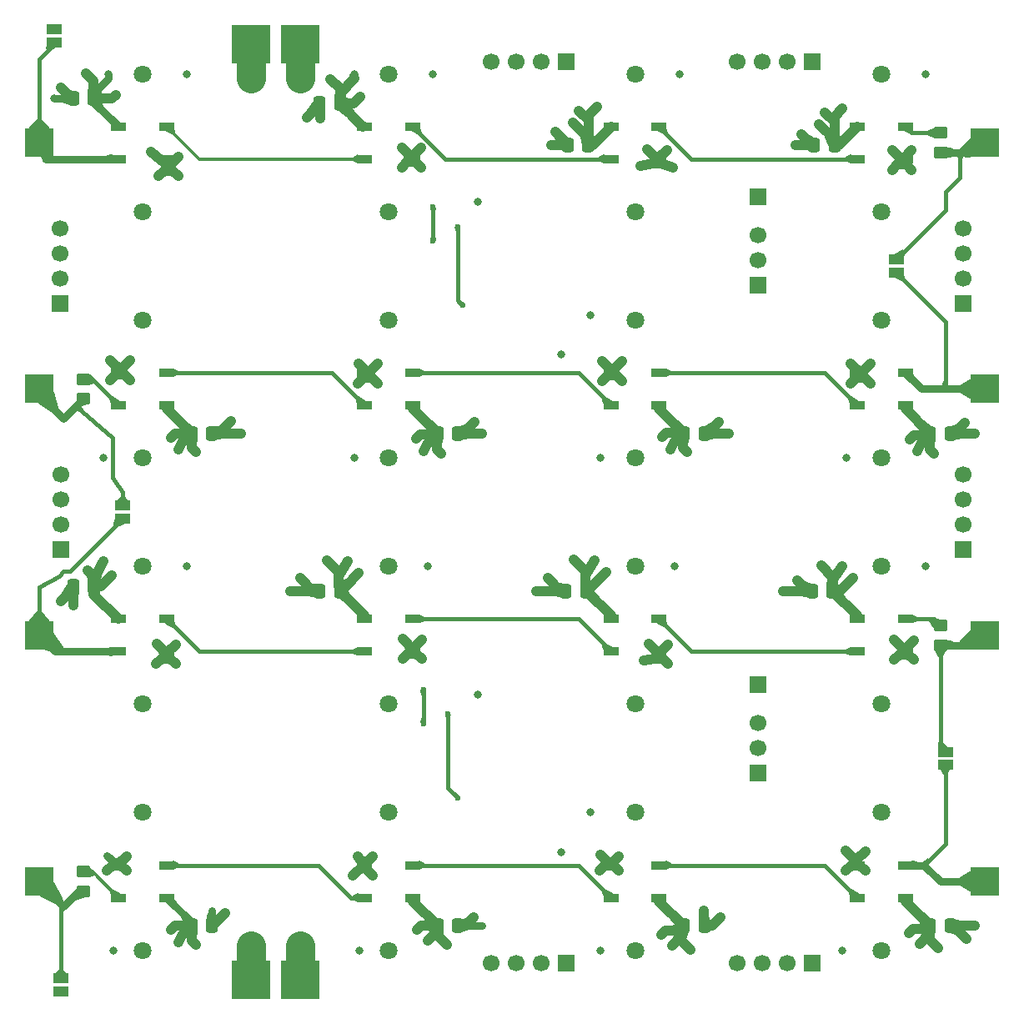
<source format=gtl>
%TF.GenerationSoftware,KiCad,Pcbnew,9.0.6*%
%TF.CreationDate,2025-11-15T09:42:15+01:00*%
%TF.ProjectId,mux_led_reed,6d75785f-6c65-4645-9f72-6565642e6b69,1*%
%TF.SameCoordinates,Original*%
%TF.FileFunction,Copper,L1,Top*%
%TF.FilePolarity,Positive*%
%FSLAX46Y46*%
G04 Gerber Fmt 4.6, Leading zero omitted, Abs format (unit mm)*
G04 Created by KiCad (PCBNEW 9.0.6) date 2025-11-15 09:42:15*
%MOMM*%
%LPD*%
G01*
G04 APERTURE LIST*
G04 Aperture macros list*
%AMRoundRect*
0 Rectangle with rounded corners*
0 $1 Rounding radius*
0 $2 $3 $4 $5 $6 $7 $8 $9 X,Y pos of 4 corners*
0 Add a 4 corners polygon primitive as box body*
4,1,4,$2,$3,$4,$5,$6,$7,$8,$9,$2,$3,0*
0 Add four circle primitives for the rounded corners*
1,1,$1+$1,$2,$3*
1,1,$1+$1,$4,$5*
1,1,$1+$1,$6,$7*
1,1,$1+$1,$8,$9*
0 Add four rect primitives between the rounded corners*
20,1,$1+$1,$2,$3,$4,$5,0*
20,1,$1+$1,$4,$5,$6,$7,0*
20,1,$1+$1,$6,$7,$8,$9,0*
20,1,$1+$1,$8,$9,$2,$3,0*%
G04 Aperture macros list end*
%TA.AperFunction,SMDPad,CuDef*%
%ADD10RoundRect,0.090000X0.660000X0.360000X-0.660000X0.360000X-0.660000X-0.360000X0.660000X-0.360000X0*%
%TD*%
%TA.AperFunction,ComponentPad*%
%ADD11C,1.800000*%
%TD*%
%TA.AperFunction,SMDPad,CuDef*%
%ADD12R,1.500000X1.000000*%
%TD*%
%TA.AperFunction,SMDPad,CuDef*%
%ADD13RoundRect,0.250000X-0.337500X-0.475000X0.337500X-0.475000X0.337500X0.475000X-0.337500X0.475000X0*%
%TD*%
%TA.AperFunction,ComponentPad*%
%ADD14R,1.700000X1.700000*%
%TD*%
%TA.AperFunction,ComponentPad*%
%ADD15C,1.700000*%
%TD*%
%TA.AperFunction,SMDPad,CuDef*%
%ADD16R,3.000000X3.000000*%
%TD*%
%TA.AperFunction,SMDPad,CuDef*%
%ADD17R,4.000000X4.000000*%
%TD*%
%TA.AperFunction,SMDPad,CuDef*%
%ADD18RoundRect,0.250000X0.450000X-0.350000X0.450000X0.350000X-0.450000X0.350000X-0.450000X-0.350000X0*%
%TD*%
%TA.AperFunction,SMDPad,CuDef*%
%ADD19RoundRect,0.090000X-0.660000X-0.360000X0.660000X-0.360000X0.660000X0.360000X-0.660000X0.360000X0*%
%TD*%
%TA.AperFunction,SMDPad,CuDef*%
%ADD20RoundRect,0.250000X0.337500X0.475000X-0.337500X0.475000X-0.337500X-0.475000X0.337500X-0.475000X0*%
%TD*%
%TA.AperFunction,ViaPad*%
%ADD21C,0.800000*%
%TD*%
%TA.AperFunction,ViaPad*%
%ADD22C,1.200000*%
%TD*%
%TA.AperFunction,ViaPad*%
%ADD23C,0.600000*%
%TD*%
%TA.AperFunction,Conductor*%
%ADD24C,0.400000*%
%TD*%
%TA.AperFunction,Conductor*%
%ADD25C,1.000000*%
%TD*%
%TA.AperFunction,Conductor*%
%ADD26C,3.000000*%
%TD*%
%TA.AperFunction,Conductor*%
%ADD27C,0.800000*%
%TD*%
%TA.AperFunction,Conductor*%
%ADD28C,0.300000*%
%TD*%
G04 APERTURE END LIST*
D10*
%TO.P,D11,1,VDD*%
%TO.N,+5V*%
X145570000Y-83730000D03*
%TO.P,D11,2,DOUT*%
%TO.N,Net-(D11-DOUT)*%
X145570000Y-80430000D03*
%TO.P,D11,3,VSS*%
%TO.N,GND*%
X140670000Y-80430000D03*
%TO.P,D11,4,DIN*%
%TO.N,Net-(D10-DOUT)*%
X140670000Y-83730000D03*
%TD*%
D11*
%TO.P,SW9,1,1*%
%TO.N,/Y10*%
X93120000Y-75080000D03*
%TO.P,SW9,2,2*%
%TO.N,+5V*%
X93120000Y-89080000D03*
%TD*%
D12*
%TO.P,JP2,1,A*%
%TO.N,/DOUT_0*%
X174620000Y-120230000D03*
%TO.P,JP2,2,B*%
%TO.N,/DIN_1*%
X174620000Y-118930000D03*
%TD*%
%TO.P,JP3,1,A*%
%TO.N,/DOUT_1*%
X91120000Y-95230000D03*
%TO.P,JP3,2,B*%
%TO.N,/DIN_2*%
X91120000Y-93930000D03*
%TD*%
D13*
%TO.P,C13,1*%
%TO.N,GND*%
X161282500Y-57280000D03*
%TO.P,C13,2*%
%TO.N,+5V*%
X163357500Y-57280000D03*
%TD*%
D11*
%TO.P,SW15,1,1*%
%TO.N,/Y16*%
X118120000Y-64080000D03*
%TO.P,SW15,2,2*%
%TO.N,+5V*%
X118120000Y-50080000D03*
%TD*%
D14*
%TO.P,J6,1,Pin_1*%
%TO.N,GND*%
X161100000Y-140360000D03*
D15*
%TO.P,J6,2,Pin_2*%
X158560000Y-140360000D03*
%TO.P,J6,3,Pin_3*%
X156020000Y-140360000D03*
%TO.P,J6,4,Pin_4*%
X153480000Y-140360000D03*
%TD*%
D10*
%TO.P,D1,1,VDD*%
%TO.N,+5V*%
X95570000Y-133730000D03*
%TO.P,D1,2,DOUT*%
%TO.N,Net-(D1-DOUT)*%
X95570000Y-130430000D03*
%TO.P,D1,3,VSS*%
%TO.N,GND*%
X90670000Y-130430000D03*
%TO.P,D1,4,DIN*%
%TO.N,Net-(D1-DIN)*%
X90670000Y-133730000D03*
%TD*%
%TO.P,D10,1,VDD*%
%TO.N,+5V*%
X120570000Y-83730000D03*
%TO.P,D10,2,DOUT*%
%TO.N,Net-(D10-DOUT)*%
X120570000Y-80430000D03*
%TO.P,D10,3,VSS*%
%TO.N,GND*%
X115670000Y-80430000D03*
%TO.P,D10,4,DIN*%
%TO.N,Net-(D10-DIN)*%
X115670000Y-83730000D03*
%TD*%
%TO.P,D12,1,VDD*%
%TO.N,+5V*%
X170570000Y-83730000D03*
%TO.P,D12,2,DOUT*%
%TO.N,/DOUT_2*%
X170570000Y-80430000D03*
%TO.P,D12,3,VSS*%
%TO.N,GND*%
X165670000Y-80430000D03*
%TO.P,D12,4,DIN*%
%TO.N,Net-(D11-DOUT)*%
X165670000Y-83730000D03*
%TD*%
D13*
%TO.P,C16,1*%
%TO.N,GND*%
X86082500Y-52580000D03*
%TO.P,C16,2*%
%TO.N,+5V*%
X88157500Y-52580000D03*
%TD*%
%TO.P,C7,1*%
%TO.N,GND*%
X111082500Y-102580000D03*
%TO.P,C7,2*%
%TO.N,+5V*%
X113157500Y-102580000D03*
%TD*%
D16*
%TO.P,TP1,1,1*%
%TO.N,/DIN_0*%
X82620000Y-132080000D03*
%TD*%
D11*
%TO.P,SW3,1,1*%
%TO.N,/Y02*%
X143120000Y-125080000D03*
%TO.P,SW3,2,2*%
%TO.N,+5V*%
X143120000Y-139080000D03*
%TD*%
D14*
%TO.P,J8,1,Pin_1*%
%TO.N,+5V*%
X136140000Y-48820000D03*
D15*
%TO.P,J8,2,Pin_2*%
X133600000Y-48820000D03*
%TO.P,J8,3,Pin_3*%
X131060000Y-48820000D03*
%TO.P,J8,4,Pin_4*%
X128520000Y-48820000D03*
%TD*%
D17*
%TO.P,TP9,1,1*%
%TO.N,+5V*%
X104120000Y-142080000D03*
%TD*%
%TO.P,TP11,1,1*%
%TO.N,+5V*%
X104120000Y-47080000D03*
%TD*%
D18*
%TO.P,R4,1*%
%TO.N,/DIN_3*%
X174120000Y-58080000D03*
%TO.P,R4,2*%
%TO.N,Net-(D13-DIN)*%
X174120000Y-56080000D03*
%TD*%
%TO.P,R2,1*%
%TO.N,/DIN_1*%
X174120000Y-108080000D03*
%TO.P,R2,2*%
%TO.N,Net-(D5-DIN)*%
X174120000Y-106080000D03*
%TD*%
D13*
%TO.P,C14,1*%
%TO.N,GND*%
X136282500Y-57280000D03*
%TO.P,C14,2*%
%TO.N,+5V*%
X138357500Y-57280000D03*
%TD*%
D19*
%TO.P,D16,1,VDD*%
%TO.N,+5V*%
X90670000Y-55430000D03*
%TO.P,D16,2,DOUT*%
%TO.N,/DOUT_3*%
X90670000Y-58730000D03*
%TO.P,D16,3,VSS*%
%TO.N,GND*%
X95570000Y-58730000D03*
%TO.P,D16,4,DIN*%
%TO.N,Net-(D15-DOUT)*%
X95570000Y-55430000D03*
%TD*%
D11*
%TO.P,SW1,1,1*%
%TO.N,/Y00*%
X93120000Y-125080000D03*
%TO.P,SW1,2,2*%
%TO.N,+5V*%
X93120000Y-139080000D03*
%TD*%
D13*
%TO.P,C8,1*%
%TO.N,GND*%
X86082500Y-102080000D03*
%TO.P,C8,2*%
%TO.N,+5V*%
X88157500Y-102080000D03*
%TD*%
D19*
%TO.P,D8,1,VDD*%
%TO.N,+5V*%
X90670000Y-105430000D03*
%TO.P,D8,2,DOUT*%
%TO.N,/DOUT_1*%
X90670000Y-108730000D03*
%TO.P,D8,3,VSS*%
%TO.N,GND*%
X95570000Y-108730000D03*
%TO.P,D8,4,DIN*%
%TO.N,Net-(D7-DOUT)*%
X95570000Y-105430000D03*
%TD*%
D11*
%TO.P,SW14,1,1*%
%TO.N,/Y15*%
X143120000Y-64080000D03*
%TO.P,SW14,2,2*%
%TO.N,+5V*%
X143120000Y-50080000D03*
%TD*%
D20*
%TO.P,C2,1*%
%TO.N,GND*%
X125157500Y-136580000D03*
%TO.P,C2,2*%
%TO.N,+5V*%
X123082500Y-136580000D03*
%TD*%
D10*
%TO.P,D3,1,VDD*%
%TO.N,+5V*%
X145570000Y-133730000D03*
%TO.P,D3,2,DOUT*%
%TO.N,Net-(D3-DOUT)*%
X145570000Y-130430000D03*
%TO.P,D3,3,VSS*%
%TO.N,GND*%
X140670000Y-130430000D03*
%TO.P,D3,4,DIN*%
%TO.N,Net-(D2-DOUT)*%
X140670000Y-133730000D03*
%TD*%
D19*
%TO.P,D6,1,VDD*%
%TO.N,+5V*%
X140670000Y-105430000D03*
%TO.P,D6,2,DOUT*%
%TO.N,Net-(D6-DOUT)*%
X140670000Y-108730000D03*
%TO.P,D6,3,VSS*%
%TO.N,GND*%
X145570000Y-108730000D03*
%TO.P,D6,4,DIN*%
%TO.N,Net-(D5-DOUT)*%
X145570000Y-105430000D03*
%TD*%
D10*
%TO.P,D2,1,VDD*%
%TO.N,+5V*%
X120570000Y-133730000D03*
%TO.P,D2,2,DOUT*%
%TO.N,Net-(D2-DOUT)*%
X120570000Y-130430000D03*
%TO.P,D2,3,VSS*%
%TO.N,GND*%
X115670000Y-130430000D03*
%TO.P,D2,4,DIN*%
%TO.N,Net-(D1-DOUT)*%
X115670000Y-133730000D03*
%TD*%
D14*
%TO.P,J11,1,Pin_1*%
%TO.N,+5V*%
X176420000Y-73400000D03*
D15*
%TO.P,J11,2,Pin_2*%
X176420000Y-70860000D03*
%TO.P,J11,3,Pin_3*%
X176420000Y-68320000D03*
%TO.P,J11,4,Pin_4*%
X176420000Y-65780000D03*
%TD*%
D20*
%TO.P,C11,1*%
%TO.N,GND*%
X150157500Y-86580000D03*
%TO.P,C11,2*%
%TO.N,+5V*%
X148082500Y-86580000D03*
%TD*%
D16*
%TO.P,TP6,1,1*%
%TO.N,/DOUT_2*%
X178620000Y-82080000D03*
%TD*%
D19*
%TO.P,D15,1,VDD*%
%TO.N,+5V*%
X115670000Y-55430000D03*
%TO.P,D15,2,DOUT*%
%TO.N,Net-(D15-DOUT)*%
X115670000Y-58730000D03*
%TO.P,D15,3,VSS*%
%TO.N,GND*%
X120570000Y-58730000D03*
%TO.P,D15,4,DIN*%
%TO.N,Net-(D14-DOUT)*%
X120570000Y-55430000D03*
%TD*%
D11*
%TO.P,SW5,1,1*%
%TO.N,/Y04*%
X168120000Y-114080000D03*
%TO.P,SW5,2,2*%
%TO.N,+5V*%
X168120000Y-100080000D03*
%TD*%
D14*
%TO.P,J10,1,Pin_1*%
%TO.N,GND*%
X84820000Y-98400000D03*
D15*
%TO.P,J10,2,Pin_2*%
X84820000Y-95860000D03*
%TO.P,J10,3,Pin_3*%
X84820000Y-93320000D03*
%TO.P,J10,4,Pin_4*%
X84820000Y-90780000D03*
%TD*%
D11*
%TO.P,SW10,1,1*%
%TO.N,/Y11*%
X118120000Y-75080000D03*
%TO.P,SW10,2,2*%
%TO.N,+5V*%
X118120000Y-89080000D03*
%TD*%
D19*
%TO.P,D7,1,VDD*%
%TO.N,+5V*%
X115670000Y-105430000D03*
%TO.P,D7,2,DOUT*%
%TO.N,Net-(D7-DOUT)*%
X115670000Y-108730000D03*
%TO.P,D7,3,VSS*%
%TO.N,GND*%
X120570000Y-108730000D03*
%TO.P,D7,4,DIN*%
%TO.N,Net-(D6-DOUT)*%
X120570000Y-105430000D03*
%TD*%
D20*
%TO.P,C1,1*%
%TO.N,GND*%
X100157500Y-136580000D03*
%TO.P,C1,2*%
%TO.N,+5V*%
X98082500Y-136580000D03*
%TD*%
D12*
%TO.P,JP1,1,A*%
%TO.N,unconnected-(JP1-A-Pad1)*%
X84820029Y-143230999D03*
%TO.P,JP1,2,B*%
%TO.N,/DIN_0*%
X84820029Y-141930999D03*
%TD*%
D11*
%TO.P,SW2,1,1*%
%TO.N,/Y01*%
X118120000Y-125080000D03*
%TO.P,SW2,2,2*%
%TO.N,+5V*%
X118120000Y-139080000D03*
%TD*%
D19*
%TO.P,D13,1,VDD*%
%TO.N,+5V*%
X165670000Y-55430000D03*
%TO.P,D13,2,DOUT*%
%TO.N,Net-(D13-DOUT)*%
X165670000Y-58730000D03*
%TO.P,D13,3,VSS*%
%TO.N,GND*%
X170570000Y-58730000D03*
%TO.P,D13,4,DIN*%
%TO.N,Net-(D13-DIN)*%
X170570000Y-55430000D03*
%TD*%
D16*
%TO.P,TP7,1,1*%
%TO.N,/DIN_3*%
X178620000Y-57080000D03*
%TD*%
D18*
%TO.P,R1,1*%
%TO.N,/DIN_0*%
X87120000Y-133080000D03*
%TO.P,R1,2*%
%TO.N,Net-(D1-DIN)*%
X87120000Y-131080000D03*
%TD*%
D11*
%TO.P,SW16,1,1*%
%TO.N,/Y17*%
X93120000Y-64080000D03*
%TO.P,SW16,2,2*%
%TO.N,+5V*%
X93120000Y-50080000D03*
%TD*%
D14*
%TO.P,J5,1,Pin_1*%
%TO.N,+5V*%
X136140000Y-140370000D03*
D15*
%TO.P,J5,2,Pin_2*%
X133600000Y-140370000D03*
%TO.P,J5,3,Pin_3*%
X131060000Y-140370000D03*
%TO.P,J5,4,Pin_4*%
X128520000Y-140370000D03*
%TD*%
D11*
%TO.P,SW13,1,1*%
%TO.N,/Y14*%
X168120000Y-64080000D03*
%TO.P,SW13,2,2*%
%TO.N,+5V*%
X168120000Y-50080000D03*
%TD*%
D12*
%TO.P,JP5,1,A*%
%TO.N,/DOUT_3*%
X84120707Y-46879293D03*
%TO.P,JP5,2,B*%
%TO.N,unconnected-(JP5-B-Pad2)*%
X84120707Y-45579293D03*
%TD*%
D20*
%TO.P,C10,1*%
%TO.N,GND*%
X125157500Y-86580000D03*
%TO.P,C10,2*%
%TO.N,+5V*%
X123082500Y-86580000D03*
%TD*%
D17*
%TO.P,TP10,1,1*%
%TO.N,GND*%
X109120000Y-142080000D03*
%TD*%
D16*
%TO.P,TP5,1,1*%
%TO.N,/DIN_2*%
X82620000Y-82080000D03*
%TD*%
D11*
%TO.P,SW7,1,1*%
%TO.N,/Y06*%
X118120000Y-114080000D03*
%TO.P,SW7,2,2*%
%TO.N,+5V*%
X118120000Y-100080000D03*
%TD*%
D20*
%TO.P,C4,1*%
%TO.N,GND*%
X175157500Y-136580000D03*
%TO.P,C4,2*%
%TO.N,+5V*%
X173082500Y-136580000D03*
%TD*%
D11*
%TO.P,SW4,1,1*%
%TO.N,/Y03*%
X168120000Y-125080000D03*
%TO.P,SW4,2,2*%
%TO.N,+5V*%
X168120000Y-139080000D03*
%TD*%
D13*
%TO.P,C5,1*%
%TO.N,GND*%
X161082500Y-102580000D03*
%TO.P,C5,2*%
%TO.N,+5V*%
X163157500Y-102580000D03*
%TD*%
D18*
%TO.P,R3,1*%
%TO.N,/DIN_2*%
X87120000Y-83080000D03*
%TO.P,R3,2*%
%TO.N,Net-(D9-DIN)*%
X87120000Y-81080000D03*
%TD*%
D11*
%TO.P,SW6,1,1*%
%TO.N,/Y05*%
X143120000Y-114080000D03*
%TO.P,SW6,2,2*%
%TO.N,+5V*%
X143120000Y-100080000D03*
%TD*%
D20*
%TO.P,C12,1*%
%TO.N,GND*%
X175157500Y-86580000D03*
%TO.P,C12,2*%
%TO.N,+5V*%
X173082500Y-86580000D03*
%TD*%
%TO.P,C3,1*%
%TO.N,GND*%
X150157500Y-136580000D03*
%TO.P,C3,2*%
%TO.N,+5V*%
X148082500Y-136580000D03*
%TD*%
D14*
%TO.P,J9,1,Pin_1*%
%TO.N,+5V*%
X84755000Y-73400000D03*
D15*
%TO.P,J9,2,Pin_2*%
X84755000Y-70860000D03*
%TO.P,J9,3,Pin_3*%
X84755000Y-68320000D03*
%TO.P,J9,4,Pin_4*%
X84755000Y-65780000D03*
%TD*%
D14*
%TO.P,J7,1,Pin_1*%
%TO.N,GND*%
X161100000Y-48820000D03*
D15*
%TO.P,J7,2,Pin_2*%
X158560000Y-48820000D03*
%TO.P,J7,3,Pin_3*%
X156020000Y-48820000D03*
%TO.P,J7,4,Pin_4*%
X153480000Y-48820000D03*
%TD*%
D10*
%TO.P,D9,1,VDD*%
%TO.N,+5V*%
X95570000Y-83730000D03*
%TO.P,D9,2,DOUT*%
%TO.N,Net-(D10-DIN)*%
X95570000Y-80430000D03*
%TO.P,D9,3,VSS*%
%TO.N,GND*%
X90670000Y-80430000D03*
%TO.P,D9,4,DIN*%
%TO.N,Net-(D9-DIN)*%
X90670000Y-83730000D03*
%TD*%
D16*
%TO.P,TP2,1,1*%
%TO.N,/DOUT_0*%
X178620000Y-132080000D03*
%TD*%
D11*
%TO.P,SW11,1,1*%
%TO.N,/Y12*%
X143120000Y-75080000D03*
%TO.P,SW11,2,2*%
%TO.N,+5V*%
X143120000Y-89080000D03*
%TD*%
D19*
%TO.P,D14,1,VDD*%
%TO.N,+5V*%
X140670000Y-55430000D03*
%TO.P,D14,2,DOUT*%
%TO.N,Net-(D14-DOUT)*%
X140670000Y-58730000D03*
%TO.P,D14,3,VSS*%
%TO.N,GND*%
X145570000Y-58730000D03*
%TO.P,D14,4,DIN*%
%TO.N,Net-(D13-DOUT)*%
X145570000Y-55430000D03*
%TD*%
D17*
%TO.P,TP12,1,1*%
%TO.N,GND*%
X109120000Y-47080000D03*
%TD*%
D16*
%TO.P,TP3,1,1*%
%TO.N,/DIN_1*%
X178620000Y-107080000D03*
%TD*%
D12*
%TO.P,JP4,1,A*%
%TO.N,/DOUT_2*%
X169620000Y-70230000D03*
%TO.P,JP4,2,B*%
%TO.N,/DIN_3*%
X169620000Y-68930000D03*
%TD*%
D13*
%TO.P,C6,1*%
%TO.N,GND*%
X136082500Y-102580000D03*
%TO.P,C6,2*%
%TO.N,+5V*%
X138157500Y-102580000D03*
%TD*%
D16*
%TO.P,TP8,1,1*%
%TO.N,/DOUT_3*%
X82620000Y-57080000D03*
%TD*%
D11*
%TO.P,SW8,1,1*%
%TO.N,/Y07*%
X93120000Y-114080000D03*
%TO.P,SW8,2,2*%
%TO.N,+5V*%
X93120000Y-100080000D03*
%TD*%
D20*
%TO.P,C9,1*%
%TO.N,GND*%
X100157500Y-86580000D03*
%TO.P,C9,2*%
%TO.N,+5V*%
X98082500Y-86580000D03*
%TD*%
D13*
%TO.P,C15,1*%
%TO.N,GND*%
X111082500Y-53080000D03*
%TO.P,C15,2*%
%TO.N,+5V*%
X113157500Y-53080000D03*
%TD*%
D10*
%TO.P,D4,1,VDD*%
%TO.N,+5V*%
X170570000Y-133730000D03*
%TO.P,D4,2,DOUT*%
%TO.N,/DOUT_0*%
X170570000Y-130430000D03*
%TO.P,D4,3,VSS*%
%TO.N,GND*%
X165670000Y-130430000D03*
%TO.P,D4,4,DIN*%
%TO.N,Net-(D3-DOUT)*%
X165670000Y-133730000D03*
%TD*%
D16*
%TO.P,TP4,1,1*%
%TO.N,/DOUT_1*%
X82620000Y-107080000D03*
%TD*%
D19*
%TO.P,D5,1,VDD*%
%TO.N,+5V*%
X165670000Y-105430000D03*
%TO.P,D5,2,DOUT*%
%TO.N,Net-(D5-DOUT)*%
X165670000Y-108730000D03*
%TO.P,D5,3,VSS*%
%TO.N,GND*%
X170570000Y-108730000D03*
%TO.P,D5,4,DIN*%
%TO.N,Net-(D5-DIN)*%
X170570000Y-105430000D03*
%TD*%
D11*
%TO.P,SW12,1,1*%
%TO.N,/Y13*%
X168120000Y-75080000D03*
%TO.P,SW12,2,2*%
%TO.N,+5V*%
X168120000Y-89080000D03*
%TD*%
D14*
%TO.P,J12,1,Pin_1*%
%TO.N,GND*%
X176420000Y-98400000D03*
D15*
%TO.P,J12,2,Pin_2*%
X176420000Y-95860000D03*
%TO.P,J12,3,Pin_3*%
X176420000Y-93320000D03*
%TO.P,J12,4,Pin_4*%
X176420000Y-90780000D03*
%TD*%
D14*
%TO.P,J1,1,Pin_1*%
%TO.N,Net-(J1-Pin_1)*%
X155620000Y-112080000D03*
%TD*%
%TO.P,J2,1,Pin_1*%
%TO.N,Net-(J2-Pin_1)*%
X155620000Y-121080000D03*
D15*
%TO.P,J2,2,Pin_2*%
%TO.N,Net-(J2-Pin_2)*%
X155620000Y-118540000D03*
%TO.P,J2,3,Pin_3*%
%TO.N,Net-(J2-Pin_3)*%
X155620000Y-116000000D03*
%TD*%
D14*
%TO.P,J4,1,Pin_1*%
%TO.N,Net-(J4-Pin_1)*%
X155620000Y-71580000D03*
D15*
%TO.P,J4,2,Pin_2*%
%TO.N,Net-(J4-Pin_2)*%
X155620000Y-69040000D03*
%TO.P,J4,3,Pin_3*%
%TO.N,Net-(J4-Pin_3)*%
X155620000Y-66500000D03*
%TD*%
D14*
%TO.P,J3,1,Pin_1*%
%TO.N,Net-(J3-Pin_1)*%
X155620000Y-62580000D03*
%TD*%
D21*
%TO.N,GND*%
X119434293Y-57564293D03*
X111120000Y-54580000D03*
X109800000Y-54500000D03*
X121414293Y-57584293D03*
X121414293Y-59584293D03*
X119414293Y-59584293D03*
X141500000Y-129500000D03*
X151800000Y-135700000D03*
X146500000Y-110000000D03*
X158120000Y-102580000D03*
D22*
X109120000Y-138580000D03*
D21*
X117000000Y-79500000D03*
D23*
X100120000Y-135080000D03*
D21*
X121500000Y-109500000D03*
X165020000Y-79480000D03*
X127120000Y-63080000D03*
X126800000Y-85400000D03*
X141785000Y-79285000D03*
X115020000Y-79480000D03*
X109120000Y-50580000D03*
X159420000Y-57280000D03*
X146345000Y-57785000D03*
X151600000Y-85400000D03*
X94753553Y-60487868D03*
X144520000Y-107980000D03*
X84800000Y-51500000D03*
X86120000Y-104080000D03*
X84800000Y-103600000D03*
X141500000Y-131000000D03*
X159600000Y-101500000D03*
X150120000Y-135080000D03*
X139620000Y-129380000D03*
X94520000Y-107980000D03*
X160000000Y-56200000D03*
X108120000Y-102580000D03*
X171215000Y-57855000D03*
X91500000Y-131000000D03*
X119500000Y-109500000D03*
X144365000Y-57765000D03*
X114500000Y-131500000D03*
X176800000Y-137900000D03*
X166500000Y-129000000D03*
X96753553Y-58487868D03*
X116500000Y-131500000D03*
X164520000Y-128980000D03*
D23*
X127620000Y-136580000D03*
D21*
X119520000Y-107480000D03*
X146500000Y-108000000D03*
D23*
X89520000Y-129480000D03*
D21*
X177620000Y-136580000D03*
X101500000Y-135300000D03*
X109100000Y-101300000D03*
X176600000Y-85500000D03*
X135620000Y-78580000D03*
X139500000Y-131000000D03*
X115000000Y-81500000D03*
D23*
X114940588Y-129559412D03*
D21*
X117000000Y-81500000D03*
X165000000Y-81500000D03*
X94000000Y-58000000D03*
X167000000Y-81500000D03*
X96753553Y-60487868D03*
X127120000Y-113080000D03*
X102100000Y-85300000D03*
X169235000Y-57835000D03*
X134520000Y-57330000D03*
X116500000Y-129500000D03*
X89500000Y-131000000D03*
X133120000Y-102580000D03*
X167000000Y-79500000D03*
X177620000Y-86580000D03*
X152620000Y-86580000D03*
X139805000Y-79265000D03*
X94500000Y-110000000D03*
X96500000Y-110000000D03*
X171215000Y-59855000D03*
X169415000Y-109585000D03*
X171415000Y-109585000D03*
X91830000Y-79170000D03*
X121500000Y-107500000D03*
X135000000Y-56000000D03*
X91830000Y-81170000D03*
X141785000Y-81285000D03*
X164500000Y-131000000D03*
X169215000Y-59855000D03*
X143700000Y-59400000D03*
X89850000Y-79150000D03*
X127620000Y-86580000D03*
X89830000Y-81170000D03*
X147000000Y-59600000D03*
X103120000Y-86580000D03*
X126700000Y-135700000D03*
X169435000Y-107565000D03*
X84120000Y-52580000D03*
X91500000Y-129500000D03*
X144000000Y-109600000D03*
X96500000Y-108000000D03*
X171415000Y-107585000D03*
X135620000Y-129080000D03*
X166500000Y-131000000D03*
X139785000Y-81285000D03*
X134300000Y-101300000D03*
%TO.N,+5V*%
X138620000Y-125080000D03*
X145750629Y-137491478D03*
X89120000Y-99580000D03*
D23*
X171785417Y-88416667D03*
D21*
X115120000Y-139080000D03*
X90000000Y-101000000D03*
X165250000Y-101250000D03*
X115092500Y-100768795D03*
D23*
X146870629Y-138571478D03*
D21*
X139041250Y-99501250D03*
X164120000Y-139080000D03*
X114620000Y-50080000D03*
X122620000Y-50080000D03*
X115200000Y-52400000D03*
X164620000Y-89080000D03*
X89620000Y-50080000D03*
X173498750Y-88670000D03*
X139242500Y-53448750D03*
X140171250Y-100671250D03*
X111842500Y-99518795D03*
X98500000Y-88500000D03*
X89120000Y-89080000D03*
X173917500Y-138810000D03*
X96000000Y-87000000D03*
X139620000Y-139080000D03*
X123393750Y-88651250D03*
X90400000Y-52200000D03*
X136842500Y-55048750D03*
X148393750Y-88456250D03*
X148750629Y-138991478D03*
X121000000Y-137000000D03*
X114620000Y-89080000D03*
X170998750Y-87170000D03*
D23*
X96786667Y-138246667D03*
D21*
X113962500Y-99598795D03*
D22*
X104120000Y-138580000D03*
D21*
X161800000Y-55200000D03*
X136921250Y-99421250D03*
X162400000Y-54000000D03*
X120893750Y-87151250D03*
D23*
X146680417Y-88202917D03*
D21*
X164120000Y-100080000D03*
X122120000Y-100080000D03*
X145893750Y-86956250D03*
D23*
X122120000Y-138080000D03*
D21*
X97620000Y-50080000D03*
X112200000Y-50600000D03*
D23*
X96786667Y-88246667D03*
D21*
X147120000Y-100080000D03*
X138620000Y-74580000D03*
X87500000Y-100500000D03*
X90120000Y-139080000D03*
X164200000Y-53600000D03*
X139620000Y-89080000D03*
D23*
X121680417Y-88397917D03*
D21*
X104120000Y-50580000D03*
X124000000Y-138500000D03*
X172620000Y-100080000D03*
X87400000Y-50000000D03*
X97620000Y-100080000D03*
X137442500Y-53848750D03*
X96000000Y-137000000D03*
X147620000Y-50080000D03*
X170917500Y-137310000D03*
X172620000Y-50080000D03*
X98500000Y-138500000D03*
X162000000Y-100000000D03*
D23*
X172037500Y-138390000D03*
%TO.N,Net-(J1-Pin_1)*%
X121620000Y-112580000D03*
X121620000Y-116080000D03*
%TO.N,Net-(J3-Pin_1)*%
X122620000Y-67080000D03*
X122620000Y-63580000D03*
%TO.N,/Y04*%
X125120000Y-123580000D03*
X124120000Y-115080000D03*
%TO.N,/Y14*%
X125620000Y-73580000D03*
X125120000Y-65580000D03*
%TD*%
D24*
%TO.N,GND*%
X166155000Y-80645000D02*
X166155000Y-80945000D01*
D25*
X127620000Y-86580000D02*
X125157500Y-86580000D01*
X150120000Y-135080000D02*
X150157500Y-136580000D01*
X164520000Y-128980000D02*
X165670000Y-130130000D01*
X175520000Y-86580000D02*
X176600000Y-85500000D01*
X120584293Y-59014293D02*
X120584293Y-58414293D01*
X166170000Y-80330000D02*
X167000000Y-79500000D01*
X115670000Y-130430000D02*
X115670000Y-130670000D01*
X169785000Y-59285000D02*
X169215000Y-59855000D01*
X150157500Y-136580000D02*
X150920000Y-136580000D01*
X120584293Y-59014293D02*
X120844293Y-59014293D01*
X165070000Y-130430000D02*
X164500000Y-131000000D01*
X140930000Y-130430000D02*
X141500000Y-131000000D01*
X111082500Y-53080000D02*
X111082500Y-53217500D01*
X89850000Y-79150000D02*
X91000000Y-80300000D01*
X175480000Y-136580000D02*
X176800000Y-137900000D01*
X165670000Y-130430000D02*
X165070000Y-130430000D01*
X145670000Y-108830000D02*
X146500000Y-108000000D01*
X125157500Y-136580000D02*
X125820000Y-136580000D01*
X90670000Y-130330000D02*
X91500000Y-129500000D01*
D24*
X170370000Y-59000000D02*
X170370000Y-59300000D01*
D25*
X90670000Y-130430000D02*
X90070000Y-130430000D01*
X94000000Y-58000000D02*
X95923553Y-59617868D01*
X95670000Y-109430000D02*
X95930000Y-109430000D01*
X95070000Y-109430000D02*
X94500000Y-110000000D01*
X95670000Y-109430000D02*
X95070000Y-109430000D01*
X140070000Y-130430000D02*
X139500000Y-131000000D01*
X161282500Y-57280000D02*
X159420000Y-57280000D01*
D26*
X109120000Y-142080000D02*
X109120000Y-138580000D01*
D24*
X120569293Y-58729293D02*
X120569293Y-59029293D01*
X145655000Y-109145000D02*
X145655000Y-109445000D01*
D25*
X90070000Y-130430000D02*
X89500000Y-131000000D01*
X141215000Y-80715000D02*
X141785000Y-81285000D01*
X91000000Y-80600000D02*
X90400000Y-80600000D01*
X111082500Y-102580000D02*
X110380000Y-102580000D01*
X145670000Y-109430000D02*
X145930000Y-109430000D01*
X120930000Y-108930000D02*
X121500000Y-109500000D01*
X152620000Y-86580000D02*
X150157500Y-86580000D01*
X95923553Y-59317868D02*
X96753553Y-58487868D01*
X165670000Y-129830000D02*
X166500000Y-129000000D01*
X100220000Y-136580000D02*
X101500000Y-135300000D01*
D24*
X95655000Y-109145000D02*
X95655000Y-109445000D01*
D25*
X140670000Y-130430000D02*
X140070000Y-130430000D01*
D24*
X134570000Y-57280000D02*
X134520000Y-57330000D01*
D25*
X150920000Y-136580000D02*
X151800000Y-135700000D01*
X145670000Y-109430000D02*
X145670000Y-108830000D01*
X115670000Y-130430000D02*
X115670000Y-130330000D01*
X115570000Y-80930000D02*
X115000000Y-81500000D01*
X115020000Y-79480000D02*
X116170000Y-80630000D01*
X175157500Y-86580000D02*
X175520000Y-86580000D01*
X158120000Y-102580000D02*
X161082500Y-102580000D01*
X147000000Y-59600000D02*
X145775000Y-59215000D01*
X170385000Y-59285000D02*
X170385000Y-58685000D01*
D24*
X116155000Y-80645000D02*
X116155000Y-80945000D01*
D25*
X111082500Y-53217500D02*
X109800000Y-54500000D01*
X170385000Y-59285000D02*
X169785000Y-59285000D01*
D24*
X95908553Y-59632868D02*
X95908553Y-59932868D01*
D27*
X125157500Y-136580000D02*
X127620000Y-136580000D01*
D25*
X95930000Y-109430000D02*
X96500000Y-110000000D01*
X91000000Y-80600000D02*
X91260000Y-80600000D01*
X140355000Y-80715000D02*
X139785000Y-81285000D01*
X120670000Y-108930000D02*
X120930000Y-108930000D01*
X115670000Y-130430000D02*
X115570000Y-130430000D01*
X175157500Y-136580000D02*
X175480000Y-136580000D01*
X120584293Y-58414293D02*
X121414293Y-57584293D01*
X119434293Y-57564293D02*
X120584293Y-58714293D01*
X170645000Y-59285000D02*
X171215000Y-59855000D01*
X139620000Y-129380000D02*
X140670000Y-130430000D01*
X140670000Y-130430000D02*
X140670000Y-130330000D01*
X100157500Y-136580000D02*
X100220000Y-136580000D01*
X170385000Y-59285000D02*
X170645000Y-59285000D01*
D27*
X86082500Y-52580000D02*
X84120000Y-52580000D01*
D25*
X125820000Y-136580000D02*
X126700000Y-135700000D01*
D28*
X90470000Y-130430000D02*
X90670000Y-130430000D01*
D25*
X145515000Y-58615000D02*
X146345000Y-57785000D01*
X103120000Y-86580000D02*
X100157500Y-86580000D01*
X140955000Y-80115000D02*
X141785000Y-79285000D01*
X170585000Y-109015000D02*
X169985000Y-109015000D01*
D24*
X170570000Y-108730000D02*
X170570000Y-109030000D01*
D25*
X86082500Y-102317500D02*
X84800000Y-103600000D01*
X116170000Y-80330000D02*
X117000000Y-79500000D01*
X115670000Y-130670000D02*
X116500000Y-131500000D01*
X90670000Y-130430000D02*
X90930000Y-130430000D01*
X116170000Y-80930000D02*
X116170000Y-80330000D01*
X114940588Y-129559412D02*
X115670000Y-130430000D01*
X115670000Y-130330000D02*
X116500000Y-129500000D01*
X120070000Y-108930000D02*
X119500000Y-109500000D01*
X160680000Y-102580000D02*
X159600000Y-101500000D01*
X165020000Y-79480000D02*
X166170000Y-80630000D01*
X96183553Y-59917868D02*
X96753553Y-60487868D01*
X170845000Y-109015000D02*
X171415000Y-109585000D01*
X144000000Y-109600000D02*
X145070000Y-109430000D01*
X145930000Y-109430000D02*
X146500000Y-110000000D01*
X165570000Y-80930000D02*
X165000000Y-81500000D01*
X95323553Y-59917868D02*
X94753553Y-60487868D01*
X150420000Y-86580000D02*
X151600000Y-85400000D01*
X95923553Y-59917868D02*
X95323553Y-59917868D01*
D27*
X100157500Y-136580000D02*
X100120000Y-135080000D01*
D25*
X161282500Y-57280000D02*
X161080000Y-57280000D01*
X100157500Y-86580000D02*
X100820000Y-86580000D01*
X144520000Y-107980000D02*
X145670000Y-109130000D01*
X119984293Y-59014293D02*
X119414293Y-59584293D01*
X143700000Y-59400000D02*
X144915000Y-59215000D01*
X177620000Y-86580000D02*
X175157500Y-86580000D01*
X85880000Y-52580000D02*
X84800000Y-51500000D01*
X119520000Y-107480000D02*
X120670000Y-108630000D01*
X116170000Y-80930000D02*
X116430000Y-80930000D01*
X133120000Y-102580000D02*
X136082500Y-102580000D01*
D26*
X109120000Y-47080000D02*
X109120000Y-50580000D01*
D25*
X170385000Y-58685000D02*
X171215000Y-57855000D01*
X150157500Y-86580000D02*
X150420000Y-86580000D01*
X136282500Y-57280000D02*
X136280000Y-57280000D01*
X120670000Y-108330000D02*
X121500000Y-107500000D01*
X165670000Y-130430000D02*
X165670000Y-129830000D01*
X140670000Y-130330000D02*
X141500000Y-129500000D01*
X110380000Y-102580000D02*
X109100000Y-101300000D01*
D24*
X120655000Y-108645000D02*
X120655000Y-108945000D01*
D25*
X136280000Y-57280000D02*
X135000000Y-56000000D01*
X116170000Y-80930000D02*
X115570000Y-80930000D01*
X166430000Y-80930000D02*
X167000000Y-81500000D01*
D24*
X90985000Y-80315000D02*
X90985000Y-80615000D01*
D25*
X139805000Y-79265000D02*
X140955000Y-80415000D01*
X169985000Y-109015000D02*
X169415000Y-109585000D01*
X86082500Y-52580000D02*
X85880000Y-52580000D01*
X140955000Y-80715000D02*
X140955000Y-80115000D01*
X145070000Y-109430000D02*
X145670000Y-109430000D01*
X120844293Y-59014293D02*
X121414293Y-59584293D01*
X100820000Y-86580000D02*
X102100000Y-85300000D01*
X91000000Y-80000000D02*
X91830000Y-79170000D01*
X145515000Y-59215000D02*
X145515000Y-58615000D01*
X145775000Y-59215000D02*
X145515000Y-59215000D01*
X144915000Y-59215000D02*
X145515000Y-59215000D01*
X115570000Y-130430000D02*
X114500000Y-131500000D01*
X90670000Y-130430000D02*
X90670000Y-130330000D01*
X166170000Y-80930000D02*
X165570000Y-80930000D01*
D24*
X111120000Y-53117500D02*
X111082500Y-53080000D01*
D25*
X140955000Y-80715000D02*
X141215000Y-80715000D01*
X95670000Y-109430000D02*
X95670000Y-108830000D01*
X165930000Y-130430000D02*
X166500000Y-131000000D01*
X120670000Y-108930000D02*
X120070000Y-108930000D01*
X120584293Y-59014293D02*
X119984293Y-59014293D01*
X91000000Y-80600000D02*
X91000000Y-80000000D01*
X125620000Y-86580000D02*
X126800000Y-85400000D01*
X136082500Y-102580000D02*
X135580000Y-102580000D01*
X94520000Y-107980000D02*
X95670000Y-109130000D01*
X86120000Y-104080000D02*
X86082500Y-102080000D01*
X140955000Y-80715000D02*
X140355000Y-80715000D01*
X90400000Y-80600000D02*
X89830000Y-81170000D01*
X108120000Y-102580000D02*
X111082500Y-102580000D01*
X177620000Y-136580000D02*
X175157500Y-136580000D01*
D27*
X89520000Y-129480000D02*
X90470000Y-130430000D01*
D25*
X170585000Y-109015000D02*
X170845000Y-109015000D01*
X169435000Y-107565000D02*
X170585000Y-108715000D01*
X170585000Y-109015000D02*
X170585000Y-108415000D01*
X161080000Y-57280000D02*
X160000000Y-56200000D01*
X91260000Y-80600000D02*
X91830000Y-81170000D01*
X170585000Y-108415000D02*
X171415000Y-107585000D01*
X140670000Y-130430000D02*
X140930000Y-130430000D01*
X166170000Y-80930000D02*
X166430000Y-80930000D01*
X166170000Y-80930000D02*
X166170000Y-80330000D01*
X95923553Y-59917868D02*
X95923553Y-59317868D01*
X95923553Y-59917868D02*
X96183553Y-59917868D01*
X86082500Y-102080000D02*
X86082500Y-102317500D01*
X111120000Y-54580000D02*
X111120000Y-53117500D01*
X90930000Y-130430000D02*
X91500000Y-131000000D01*
X116430000Y-80930000D02*
X117000000Y-81500000D01*
X169235000Y-57835000D02*
X170385000Y-58985000D01*
D24*
X140940000Y-80430000D02*
X140940000Y-80730000D01*
D25*
X95670000Y-108830000D02*
X96500000Y-108000000D01*
X165670000Y-130430000D02*
X165930000Y-130430000D01*
X125157500Y-86580000D02*
X125620000Y-86580000D01*
X144365000Y-57765000D02*
X145515000Y-58915000D01*
X135580000Y-102580000D02*
X134300000Y-101300000D01*
X136282500Y-57280000D02*
X134570000Y-57280000D01*
D24*
X145500000Y-58930000D02*
X145500000Y-59230000D01*
D25*
X161082500Y-102580000D02*
X160680000Y-102580000D01*
X120670000Y-108930000D02*
X120670000Y-108330000D01*
%TO.N,+5V*%
X138400000Y-57128750D02*
X138400000Y-56606250D01*
X140670000Y-105092500D02*
X138157500Y-102580000D01*
X113762500Y-102098795D02*
X115092500Y-100768795D01*
X122976250Y-86731250D02*
X121313750Y-86731250D01*
D24*
X138862500Y-57128750D02*
X138400000Y-57128750D01*
D25*
X88157500Y-102080000D02*
X88920000Y-102080000D01*
X173081250Y-86750000D02*
X173081250Y-88252500D01*
D27*
X90670000Y-55430000D02*
X88157500Y-52917500D01*
D25*
X147013750Y-87536250D02*
X147976250Y-86573750D01*
D26*
X104120000Y-47080000D02*
X104120000Y-50580000D01*
D25*
X173000000Y-137427500D02*
X172037500Y-138390000D01*
X138400000Y-54806250D02*
X138400000Y-54291250D01*
X123082500Y-137117500D02*
X122120000Y-138080000D01*
X138078750Y-100578750D02*
X136921250Y-99421250D01*
X113000000Y-102098795D02*
X113000000Y-100676295D01*
X115507500Y-55430000D02*
X113157500Y-53080000D01*
X88157500Y-52580000D02*
X88157500Y-50757500D01*
X90670000Y-105430000D02*
X88157500Y-102917500D01*
D24*
X115670000Y-105430000D02*
X115670000Y-105092500D01*
D25*
X138400000Y-57128750D02*
X138400000Y-54806250D01*
X97120000Y-137580000D02*
X98082500Y-136617500D01*
X146680417Y-88202917D02*
X147013750Y-87536250D01*
D24*
X170570000Y-133730000D02*
X170570000Y-134067500D01*
D25*
X147976250Y-88038750D02*
X148393750Y-88456250D01*
D28*
X147976250Y-86198750D02*
X147976250Y-86536250D01*
D25*
X113000000Y-100676295D02*
X111842500Y-99518795D01*
X147833129Y-137608978D02*
X146870629Y-138571478D01*
D24*
X163157500Y-101542500D02*
X163157500Y-102580000D01*
X95570000Y-83730000D02*
X95570000Y-84067500D01*
X140670000Y-105430000D02*
X140670000Y-105092500D01*
X115670000Y-55430000D02*
X115507500Y-55430000D01*
D28*
X98082500Y-136242500D02*
X98082500Y-136580000D01*
D25*
X138400000Y-54291250D02*
X139242500Y-53448750D01*
X115670000Y-105092500D02*
X113157500Y-102580000D01*
X98082500Y-86580000D02*
X96420000Y-86580000D01*
X170570000Y-134067500D02*
X173082500Y-136580000D01*
D24*
X163820000Y-57280000D02*
X163357500Y-57280000D01*
D25*
X163357500Y-54957500D02*
X163357500Y-54442500D01*
X171785417Y-88416667D02*
X172118750Y-87750000D01*
X163157500Y-101157500D02*
X162000000Y-100000000D01*
X88920000Y-102080000D02*
X90000000Y-101000000D01*
D24*
X115670000Y-55430000D02*
X115670000Y-55092500D01*
X120570000Y-83730000D02*
X120570000Y-84067500D01*
D25*
X173081250Y-86750000D02*
X171418750Y-86750000D01*
X163357500Y-56757500D02*
X161800000Y-55200000D01*
X98082500Y-136580000D02*
X98082500Y-138082500D01*
X140670000Y-55430000D02*
X138820000Y-57280000D01*
X114520000Y-53080000D02*
X115200000Y-52400000D01*
D28*
X98082500Y-86617500D02*
X98082500Y-86580000D01*
X173081250Y-86787500D02*
X173081250Y-86750000D01*
D25*
X163157500Y-102580000D02*
X163157500Y-101157500D01*
X113157500Y-53080000D02*
X114520000Y-53080000D01*
X138841250Y-102001250D02*
X140171250Y-100671250D01*
X138078750Y-102001250D02*
X138841250Y-102001250D01*
D28*
X88157500Y-52580000D02*
X88157500Y-52042500D01*
D25*
X173000000Y-136890000D02*
X173000000Y-137892500D01*
D28*
X147976250Y-86573750D02*
X147976250Y-86536250D01*
D25*
X96786667Y-88246667D02*
X97120000Y-87580000D01*
X171337500Y-136890000D02*
X170917500Y-137310000D01*
D28*
X88157500Y-52917500D02*
X88157500Y-52580000D01*
D25*
X98082500Y-86580000D02*
X98082500Y-88082500D01*
X145570000Y-134067500D02*
X148082500Y-136580000D01*
X146313750Y-86536250D02*
X145893750Y-86956250D01*
X165670000Y-55430000D02*
X163820000Y-57280000D01*
X120570000Y-84067500D02*
X123082500Y-86580000D01*
X147833129Y-138073978D02*
X148750629Y-138991478D01*
X122976250Y-86731250D02*
X122976250Y-88233750D01*
X173081250Y-88252500D02*
X173498750Y-88670000D01*
D24*
X173082500Y-137117500D02*
X173082500Y-136580000D01*
X120570000Y-133730000D02*
X120570000Y-134067500D01*
D25*
X121313750Y-86731250D02*
X120893750Y-87151250D01*
D24*
X165670000Y-105430000D02*
X165670000Y-105092500D01*
D27*
X95570000Y-133730000D02*
X98082500Y-136242500D01*
D24*
X123082500Y-136580000D02*
X123082500Y-137117500D01*
D25*
X163357500Y-54957500D02*
X162400000Y-54000000D01*
X138078750Y-102001250D02*
X138078750Y-100578750D01*
D24*
X88157500Y-102917500D02*
X88157500Y-102080000D01*
D25*
X138400000Y-54806250D02*
X137442500Y-53848750D01*
D24*
X145570000Y-133730000D02*
X145570000Y-134067500D01*
D25*
X97120000Y-87580000D02*
X98082500Y-86617500D01*
X120570000Y-134067500D02*
X123082500Y-136580000D01*
X145570000Y-84067500D02*
X148082500Y-86580000D01*
D28*
X98082500Y-86242500D02*
X98082500Y-86580000D01*
D24*
X170570000Y-83730000D02*
X170570000Y-84067500D01*
D25*
X98082500Y-88082500D02*
X98500000Y-88500000D01*
X173000000Y-137892500D02*
X173917500Y-138810000D01*
X113157500Y-53080000D02*
X113157500Y-51557500D01*
X88157500Y-50757500D02*
X87400000Y-50000000D01*
X163357500Y-57280000D02*
X163357500Y-56757500D01*
X164120000Y-100080000D02*
X163157500Y-101542500D01*
X170570000Y-84067500D02*
X173082500Y-86580000D01*
X163920000Y-102580000D02*
X165250000Y-101250000D01*
X98082500Y-136580000D02*
X96420000Y-136580000D01*
X123082500Y-136580000D02*
X121420000Y-136580000D01*
D28*
X122976250Y-86393750D02*
X122976250Y-86731250D01*
D25*
X113157500Y-51557500D02*
X112200000Y-50600000D01*
X96420000Y-86580000D02*
X96000000Y-87000000D01*
D24*
X145570000Y-83730000D02*
X145570000Y-84067500D01*
D25*
X163157500Y-102580000D02*
X163920000Y-102580000D01*
X123082500Y-136580000D02*
X123082500Y-137582500D01*
X113962500Y-99598795D02*
X113000000Y-101061295D01*
D24*
X147833129Y-137071478D02*
X147833129Y-137608978D01*
D25*
X90020000Y-52580000D02*
X90400000Y-52200000D01*
D24*
X113000000Y-101061295D02*
X113000000Y-102098795D01*
D25*
X147976250Y-86536250D02*
X146313750Y-86536250D01*
X88157500Y-102080000D02*
X88157500Y-101157500D01*
X172118750Y-87750000D02*
X173081250Y-86787500D01*
X123082500Y-137582500D02*
X124000000Y-138500000D01*
D24*
X138078750Y-100963750D02*
X138078750Y-102001250D01*
D25*
X171418750Y-86750000D02*
X170998750Y-87170000D01*
X147833129Y-137071478D02*
X147833129Y-138073978D01*
D28*
X98082500Y-136617500D02*
X98082500Y-136580000D01*
D25*
X147833129Y-137071478D02*
X146170629Y-137071478D01*
X88157500Y-52580000D02*
X90020000Y-52580000D01*
X163357500Y-54442500D02*
X164200000Y-53600000D01*
D24*
X114620000Y-50580000D02*
X114620000Y-50080000D01*
D27*
X89620000Y-50580000D02*
X89620000Y-50080000D01*
D25*
X138400000Y-56606250D02*
X136842500Y-55048750D01*
X88157500Y-101157500D02*
X87500000Y-100500000D01*
X121680417Y-88397917D02*
X122013750Y-87731250D01*
X173000000Y-136890000D02*
X171337500Y-136890000D01*
X121420000Y-136580000D02*
X121000000Y-137000000D01*
X147976250Y-86536250D02*
X147976250Y-88038750D01*
X163357500Y-57280000D02*
X163357500Y-54957500D01*
D26*
X104120000Y-138580000D02*
X104120000Y-142080000D01*
D25*
X114620000Y-50580000D02*
X113157500Y-52042500D01*
D24*
X173000000Y-136890000D02*
X173000000Y-137427500D01*
D25*
X113000000Y-102098795D02*
X113762500Y-102098795D01*
X165670000Y-105092500D02*
X163157500Y-102580000D01*
X122013750Y-87731250D02*
X122976250Y-86768750D01*
D24*
X113157500Y-101542500D02*
X113157500Y-102580000D01*
D28*
X122976250Y-86768750D02*
X122976250Y-86731250D01*
D27*
X88157500Y-52042500D02*
X89620000Y-50580000D01*
D25*
X122976250Y-88233750D02*
X123393750Y-88651250D01*
D28*
X173081250Y-86412500D02*
X173081250Y-86750000D01*
D24*
X113157500Y-52042500D02*
X113157500Y-53080000D01*
D25*
X146170629Y-137071478D02*
X145750629Y-137491478D01*
X98082500Y-138082500D02*
X98500000Y-138500000D01*
X96420000Y-136580000D02*
X96000000Y-137000000D01*
X95570000Y-84067500D02*
X98082500Y-86580000D01*
X96786667Y-138246667D02*
X97120000Y-137580000D01*
X139041250Y-99501250D02*
X138078750Y-100963750D01*
X89120000Y-99580000D02*
X88157500Y-101542500D01*
D28*
%TO.N,Net-(D1-DIN)*%
X87120000Y-131080000D02*
X88020000Y-131080000D01*
X88020000Y-131080000D02*
X90670000Y-133730000D01*
D24*
%TO.N,Net-(D1-DOUT)*%
X95570000Y-130430000D02*
X110970000Y-130430000D01*
X114270000Y-133730000D02*
X115670000Y-133730000D01*
X110970000Y-130430000D02*
X114270000Y-133730000D01*
%TO.N,Net-(D2-DOUT)*%
X120570000Y-130430000D02*
X137370000Y-130430000D01*
X137370000Y-130430000D02*
X140670000Y-133730000D01*
%TO.N,Net-(D3-DOUT)*%
X162370000Y-130430000D02*
X165670000Y-133730000D01*
X145570000Y-130430000D02*
X162370000Y-130430000D01*
%TO.N,Net-(D5-DOUT)*%
X148870000Y-108730000D02*
X145570000Y-105430000D01*
X165670000Y-108730000D02*
X148870000Y-108730000D01*
%TO.N,Net-(D5-DIN)*%
X173470000Y-105430000D02*
X174120000Y-106080000D01*
X170570000Y-105430000D02*
X173470000Y-105430000D01*
%TO.N,Net-(D6-DOUT)*%
X140670000Y-108730000D02*
X137370000Y-105430000D01*
X137370000Y-105430000D02*
X120570000Y-105430000D01*
%TO.N,Net-(D7-DOUT)*%
X98870000Y-108730000D02*
X95570000Y-105430000D01*
X115670000Y-108730000D02*
X98870000Y-108730000D01*
%TO.N,Net-(D10-DIN)*%
X112370000Y-80430000D02*
X115670000Y-83730000D01*
X95570000Y-80430000D02*
X112370000Y-80430000D01*
%TO.N,Net-(D9-DIN)*%
X87120000Y-81080000D02*
X88020000Y-81080000D01*
X88020000Y-81080000D02*
X90670000Y-83730000D01*
%TO.N,Net-(D10-DOUT)*%
X137370000Y-80430000D02*
X140670000Y-83730000D01*
X120570000Y-80430000D02*
X137370000Y-80430000D01*
%TO.N,Net-(D11-DOUT)*%
X162370000Y-80430000D02*
X165670000Y-83730000D01*
X145570000Y-80430000D02*
X162370000Y-80430000D01*
%TO.N,Net-(D13-DIN)*%
X174120000Y-56080000D02*
X171220000Y-56080000D01*
X171220000Y-56080000D02*
X170570000Y-55430000D01*
%TO.N,Net-(J1-Pin_1)*%
X121620000Y-116080000D02*
X121620000Y-112580000D01*
%TO.N,Net-(J3-Pin_1)*%
X122620000Y-67080000D02*
X122620000Y-63580000D01*
%TO.N,/Y04*%
X124120000Y-122580000D02*
X125120000Y-123580000D01*
X124120000Y-115080000D02*
X124120000Y-122580000D01*
%TO.N,/Y14*%
X125120000Y-73080000D02*
X125620000Y-73580000D01*
X125120000Y-65580000D02*
X125120000Y-73080000D01*
D27*
%TO.N,/DOUT_0*%
X172470000Y-130430000D02*
X174120000Y-132080000D01*
X170570000Y-130430000D02*
X172470000Y-130430000D01*
X174120000Y-132080000D02*
X178620000Y-132080000D01*
D24*
X174620000Y-128280000D02*
X174620000Y-120230000D01*
X172470000Y-130430000D02*
X174620000Y-128280000D01*
D27*
%TO.N,/DOUT_2*%
X172220000Y-82080000D02*
X170570000Y-80430000D01*
D24*
X169620000Y-70230000D02*
X174620000Y-75230000D01*
X174620000Y-75230000D02*
X174620000Y-82080000D01*
D27*
X174620000Y-82080000D02*
X172220000Y-82080000D01*
X178620000Y-82080000D02*
X174620000Y-82080000D01*
D24*
%TO.N,/DOUT_1*%
X85770000Y-100580000D02*
X85120000Y-100580000D01*
X85120000Y-100580000D02*
X84620000Y-101080000D01*
X82620000Y-105080000D02*
X82620000Y-107080000D01*
X84620000Y-101080000D02*
X82600000Y-102200000D01*
X91120000Y-95230000D02*
X85770000Y-100580000D01*
D27*
X90670000Y-108730000D02*
X84270000Y-108730000D01*
D24*
X81620000Y-107080000D02*
X81620000Y-106080000D01*
X82620000Y-107080000D02*
X82620000Y-106080000D01*
X82600000Y-102200000D02*
X82620000Y-105080000D01*
D27*
X84270000Y-108730000D02*
X82620000Y-107080000D01*
D24*
%TO.N,/DOUT_3*%
X82620000Y-57080000D02*
X82620000Y-48580000D01*
D27*
X82620000Y-57080000D02*
X83270000Y-58730000D01*
D24*
X82620000Y-48580000D02*
X84120707Y-47079293D01*
D27*
X83270000Y-58730000D02*
X90670000Y-58730000D01*
D24*
X84120707Y-47079293D02*
X84120707Y-46879293D01*
D27*
%TO.N,/DIN_0*%
X85120000Y-134580000D02*
X82620000Y-132080000D01*
X86620000Y-133080000D02*
X85120000Y-134580000D01*
D24*
X84820029Y-134879971D02*
X84820029Y-141930999D01*
X86620000Y-133080000D02*
X87120000Y-133080000D01*
X85120000Y-134580000D02*
X84820029Y-134879971D01*
D27*
%TO.N,/DIN_1*%
X178620000Y-107080000D02*
X177620000Y-108080000D01*
D24*
X174120000Y-118430000D02*
X174620000Y-118930000D01*
D27*
X177620000Y-108080000D02*
X174120000Y-108080000D01*
D24*
X174120000Y-111080000D02*
X174120000Y-118430000D01*
X174120000Y-108080000D02*
X174120000Y-111080000D01*
%TO.N,/DIN_3*%
X176120000Y-60580000D02*
X176120000Y-58080000D01*
D27*
X174120000Y-58080000D02*
X176120000Y-58080000D01*
D24*
X174620000Y-62080000D02*
X176120000Y-60580000D01*
X174620000Y-63930000D02*
X174620000Y-62080000D01*
X169620000Y-68930000D02*
X174620000Y-63930000D01*
D27*
X176120000Y-58080000D02*
X177620000Y-58080000D01*
X177620000Y-58080000D02*
X178620000Y-57080000D01*
%TO.N,/DIN_2*%
X82620000Y-82580000D02*
X85120000Y-85080000D01*
X86370000Y-83830000D02*
X87120000Y-83080000D01*
X82620000Y-82080000D02*
X82620000Y-82580000D01*
D24*
X91120000Y-93930000D02*
X91120000Y-92580000D01*
D27*
X85120000Y-85080000D02*
X86370000Y-83830000D01*
D24*
X91120000Y-92580000D02*
X90100000Y-91100000D01*
X90100000Y-87000000D02*
X86370000Y-83830000D01*
X90100000Y-91100000D02*
X90100000Y-87000000D01*
%TO.N,Net-(D13-DOUT)*%
X165670000Y-58730000D02*
X148870000Y-58730000D01*
X148870000Y-58730000D02*
X145570000Y-55430000D01*
%TO.N,Net-(D14-DOUT)*%
X140670000Y-58730000D02*
X123870000Y-58730000D01*
X123870000Y-58730000D02*
X120570000Y-55430000D01*
D28*
%TO.N,Net-(D15-DOUT)*%
X115670000Y-58730000D02*
X98870000Y-58730000D01*
X98870000Y-58730000D02*
X95570000Y-55430000D01*
%TD*%
%TA.AperFunction,Conductor*%
%TO.N,GND*%
G36*
X166394570Y-80686869D02*
G01*
X166409893Y-80692323D01*
X166416538Y-80698326D01*
X166417291Y-80706300D01*
X166357282Y-80936254D01*
X166351877Y-80943394D01*
X166345961Y-80945000D01*
X165955793Y-80945000D01*
X165954219Y-80944894D01*
X165491579Y-80882070D01*
X165483842Y-80877561D01*
X165481559Y-80868902D01*
X165482402Y-80865859D01*
X165665669Y-80439084D01*
X165672082Y-80432837D01*
X165680340Y-80432680D01*
X166394570Y-80686869D01*
G37*
%TD.AperFunction*%
%TD*%
%TA.AperFunction,Conductor*%
%TO.N,GND*%
G36*
X125720688Y-85993344D02*
G01*
X126322441Y-86078575D01*
X126330152Y-86083128D01*
X126332500Y-86090159D01*
X126332500Y-87069840D01*
X126329073Y-87078113D01*
X126322441Y-87081424D01*
X125720695Y-87166654D01*
X125712023Y-87164422D01*
X125710572Y-87163129D01*
X125164157Y-86588059D01*
X125160943Y-86579701D01*
X125164157Y-86571941D01*
X125621932Y-86090159D01*
X125710573Y-85996869D01*
X125718755Y-85993233D01*
X125720688Y-85993344D01*
G37*
%TD.AperFunction*%
%TD*%
%TA.AperFunction,Conductor*%
%TO.N,GND*%
G36*
X150622426Y-135258668D02*
G01*
X150625954Y-135265559D01*
X150730812Y-136031814D01*
X150728538Y-136040475D01*
X150727261Y-136041899D01*
X150164967Y-136573955D01*
X150156603Y-136577152D01*
X150149561Y-136574547D01*
X149574711Y-136108817D01*
X149570440Y-136100946D01*
X149570402Y-136098950D01*
X149574196Y-136041899D01*
X149624140Y-135290831D01*
X149628108Y-135282805D01*
X149635521Y-135279913D01*
X150614071Y-135255449D01*
X150622426Y-135258668D01*
G37*
%TD.AperFunction*%
%TD*%
%TA.AperFunction,Conductor*%
%TO.N,GND*%
G36*
X175812552Y-85591703D02*
G01*
X176504688Y-86283839D01*
X176508115Y-86292112D01*
X176504688Y-86300385D01*
X176503679Y-86301284D01*
X175751074Y-86897285D01*
X175742460Y-86899735D01*
X175738200Y-86898380D01*
X175163318Y-86584272D01*
X175157701Y-86577298D01*
X175157250Y-86573285D01*
X175175085Y-86283839D01*
X175201071Y-85862087D01*
X175205000Y-85854042D01*
X175207996Y-85852117D01*
X175799529Y-85589283D01*
X175808480Y-85589056D01*
X175812552Y-85591703D01*
G37*
%TD.AperFunction*%
%TD*%
%TA.AperFunction,Conductor*%
%TO.N,GND*%
G36*
X150854836Y-135934018D02*
G01*
X150860518Y-135937155D01*
X151553456Y-136630093D01*
X151556883Y-136638366D01*
X151553456Y-136646639D01*
X151550159Y-136648955D01*
X150751409Y-137024308D01*
X150742464Y-137024725D01*
X150739358Y-137023037D01*
X150165233Y-136587115D01*
X150160716Y-136579383D01*
X150162336Y-136571678D01*
X150586285Y-135881172D01*
X150593533Y-135875917D01*
X150598844Y-135875886D01*
X150854836Y-135934018D01*
G37*
%TD.AperFunction*%
%TD*%
%TA.AperFunction,Conductor*%
%TO.N,GND*%
G36*
X175751018Y-136273463D02*
G01*
X176504102Y-136898672D01*
X176508279Y-136906592D01*
X176505631Y-136915146D01*
X176504902Y-136915946D01*
X175812797Y-137608051D01*
X175804524Y-137611478D01*
X175799353Y-137610273D01*
X175561508Y-137493059D01*
X175186203Y-137308103D01*
X175180297Y-137301372D01*
X175179681Y-137297980D01*
X175157025Y-136586594D01*
X175160187Y-136578218D01*
X175163251Y-136575880D01*
X175738083Y-136272121D01*
X175746997Y-136271287D01*
X175751018Y-136273463D01*
G37*
%TD.AperFunction*%
%TD*%
%TA.AperFunction,Conductor*%
%TO.N,GND*%
G36*
X125824179Y-135863928D02*
G01*
X125832134Y-135867351D01*
X126524810Y-136560027D01*
X126528237Y-136568300D01*
X126524810Y-136576573D01*
X126522070Y-136578609D01*
X125751370Y-136992273D01*
X125742460Y-136993166D01*
X125739092Y-136991524D01*
X125164784Y-136586344D01*
X125160000Y-136578775D01*
X125160924Y-136571842D01*
X125162575Y-136568300D01*
X125491755Y-135861961D01*
X125498356Y-135855910D01*
X125502675Y-135855208D01*
X125824179Y-135863928D01*
G37*
%TD.AperFunction*%
%TD*%
%TA.AperFunction,Conductor*%
%TO.N,GND*%
G36*
X170576613Y-58738355D02*
G01*
X170767881Y-59008906D01*
X170861582Y-59141448D01*
X170880093Y-59167631D01*
X170882070Y-59176365D01*
X170877293Y-59183939D01*
X170874660Y-59185335D01*
X170571993Y-59299250D01*
X170567872Y-59300000D01*
X170173523Y-59300000D01*
X170167064Y-59298056D01*
X169959882Y-59160897D01*
X169954876Y-59153473D01*
X169956585Y-59144682D01*
X169959785Y-59141451D01*
X170560507Y-58735415D01*
X170569280Y-58733622D01*
X170576613Y-58738355D01*
G37*
%TD.AperFunction*%
%TD*%
%TA.AperFunction,Conductor*%
%TO.N,GND*%
G36*
X160727976Y-56695577D02*
G01*
X160729427Y-56696870D01*
X161275842Y-57271941D01*
X161279056Y-57280299D01*
X161275842Y-57288059D01*
X160729427Y-57863129D01*
X160721244Y-57866766D01*
X160719304Y-57866654D01*
X160117559Y-57781424D01*
X160109848Y-57776871D01*
X160107500Y-57769840D01*
X160107500Y-56790159D01*
X160110927Y-56781886D01*
X160117558Y-56778575D01*
X160719305Y-56693345D01*
X160727976Y-56695577D01*
G37*
%TD.AperFunction*%
%TD*%
%TA.AperFunction,Conductor*%
%TO.N,GND*%
G36*
X145578738Y-108736779D02*
G01*
X145578758Y-108736796D01*
X145823393Y-108954538D01*
X146068224Y-109172456D01*
X146072125Y-109180516D01*
X146069419Y-109188702D01*
X145858508Y-109440807D01*
X145850571Y-109444954D01*
X145849534Y-109445000D01*
X145459604Y-109445000D01*
X145451631Y-109441863D01*
X145178735Y-109187778D01*
X145175015Y-109179632D01*
X145177950Y-109171457D01*
X145562223Y-108737776D01*
X145570274Y-108733857D01*
X145578738Y-108736779D01*
G37*
%TD.AperFunction*%
%TD*%
%TA.AperFunction,Conductor*%
%TO.N,GND*%
G36*
X110745268Y-101858417D02*
G01*
X110748536Y-101862588D01*
X110763760Y-101895254D01*
X111079134Y-102571969D01*
X111079523Y-102580915D01*
X111075407Y-102586375D01*
X110500799Y-103003981D01*
X110492092Y-103006073D01*
X110488612Y-103004943D01*
X109706692Y-102606754D01*
X109700874Y-102599946D01*
X109701575Y-102591019D01*
X109703725Y-102588058D01*
X110396530Y-101895253D01*
X110403542Y-101891896D01*
X110736676Y-101855899D01*
X110745268Y-101858417D01*
G37*
%TD.AperFunction*%
%TD*%
%TA.AperFunction,Conductor*%
%TO.N,GND*%
G36*
X150720688Y-85993344D02*
G01*
X151322441Y-86078575D01*
X151330152Y-86083128D01*
X151332500Y-86090159D01*
X151332500Y-87069840D01*
X151329073Y-87078113D01*
X151322441Y-87081424D01*
X150720695Y-87166654D01*
X150712023Y-87164422D01*
X150710572Y-87163129D01*
X150164157Y-86588059D01*
X150160943Y-86579701D01*
X150164157Y-86571941D01*
X150621932Y-86090159D01*
X150710573Y-85996869D01*
X150718755Y-85993233D01*
X150720688Y-85993344D01*
G37*
%TD.AperFunction*%
%TD*%
%TA.AperFunction,Conductor*%
%TO.N,GND*%
G36*
X100805851Y-135301592D02*
G01*
X101497777Y-135993518D01*
X101501204Y-136001791D01*
X101498145Y-136009680D01*
X100750621Y-136828465D01*
X100742512Y-136832264D01*
X100737344Y-136831318D01*
X100467215Y-136714709D01*
X100162993Y-136583383D01*
X100156755Y-136576958D01*
X100156009Y-136573999D01*
X100072756Y-135861574D01*
X100075200Y-135852961D01*
X100077225Y-135850958D01*
X100790431Y-135300601D01*
X100799074Y-135298261D01*
X100805851Y-135301592D01*
G37*
%TD.AperFunction*%
%TD*%
%TA.AperFunction,Conductor*%
%TO.N,GND*%
G36*
X95578738Y-108736779D02*
G01*
X95578758Y-108736796D01*
X95823393Y-108954538D01*
X96068224Y-109172456D01*
X96072125Y-109180516D01*
X96069419Y-109188702D01*
X95858508Y-109440807D01*
X95850571Y-109444954D01*
X95849534Y-109445000D01*
X95459604Y-109445000D01*
X95451631Y-109441863D01*
X95178735Y-109187778D01*
X95175015Y-109179632D01*
X95177950Y-109171457D01*
X95562223Y-108737776D01*
X95570274Y-108733857D01*
X95578738Y-108736779D01*
G37*
%TD.AperFunction*%
%TD*%
%TA.AperFunction,Conductor*%
%TO.N,GND*%
G36*
X160527976Y-101995577D02*
G01*
X160529427Y-101996870D01*
X161075842Y-102571941D01*
X161079056Y-102580299D01*
X161075842Y-102588059D01*
X160529427Y-103163129D01*
X160521244Y-103166766D01*
X160519304Y-103166654D01*
X159917559Y-103081424D01*
X159909848Y-103076871D01*
X159907500Y-103069840D01*
X159907500Y-102090159D01*
X159910927Y-102081886D01*
X159917558Y-102078575D01*
X160519305Y-101993345D01*
X160527976Y-101995577D01*
G37*
%TD.AperFunction*%
%TD*%
%TA.AperFunction,Conductor*%
%TO.N,GND*%
G36*
X116394570Y-80686869D02*
G01*
X116409893Y-80692323D01*
X116416538Y-80698326D01*
X116417291Y-80706300D01*
X116357282Y-80936254D01*
X116351877Y-80943394D01*
X116345961Y-80945000D01*
X115955793Y-80945000D01*
X115954219Y-80944894D01*
X115491579Y-80882070D01*
X115483842Y-80877561D01*
X115481559Y-80868902D01*
X115482402Y-80865859D01*
X115665669Y-80439084D01*
X115672082Y-80432837D01*
X115680340Y-80432680D01*
X116394570Y-80686869D01*
G37*
%TD.AperFunction*%
%TD*%
%TA.AperFunction,Conductor*%
%TO.N,GND*%
G36*
X110503220Y-52863137D02*
G01*
X111077116Y-53077022D01*
X111083670Y-53083122D01*
X111084496Y-53085663D01*
X111228864Y-53798698D01*
X111227147Y-53807487D01*
X111225505Y-53809455D01*
X110514621Y-54492805D01*
X110506282Y-54496068D01*
X110498240Y-54492643D01*
X109806398Y-53800801D01*
X109802971Y-53792528D01*
X109805289Y-53785537D01*
X110489757Y-52867107D01*
X110497447Y-52862524D01*
X110503220Y-52863137D01*
G37*
%TD.AperFunction*%
%TD*%
%TA.AperFunction,Conductor*%
%TO.N,GND*%
G36*
X125721630Y-135994595D02*
G01*
X126324198Y-136177480D01*
X126331119Y-136183162D01*
X126332500Y-136188676D01*
X126332500Y-136971323D01*
X126329073Y-136979596D01*
X126324198Y-136982519D01*
X125721632Y-137165403D01*
X125712720Y-137164526D01*
X125709752Y-137162266D01*
X125164157Y-136588059D01*
X125160943Y-136579701D01*
X125164157Y-136571941D01*
X125528324Y-136188676D01*
X125709753Y-135997732D01*
X125717935Y-135994096D01*
X125721630Y-135994595D01*
G37*
%TD.AperFunction*%
%TD*%
%TA.AperFunction,Conductor*%
%TO.N,GND*%
G36*
X85527279Y-51995473D02*
G01*
X85530247Y-51997733D01*
X86075842Y-52571941D01*
X86079056Y-52580299D01*
X86075842Y-52588059D01*
X85530247Y-53162266D01*
X85522064Y-53165903D01*
X85518367Y-53165403D01*
X84915802Y-52982519D01*
X84908881Y-52976837D01*
X84907500Y-52971323D01*
X84907500Y-52188676D01*
X84910927Y-52180403D01*
X84915801Y-52177480D01*
X85518368Y-51994596D01*
X85527279Y-51995473D01*
G37*
%TD.AperFunction*%
%TD*%
%TA.AperFunction,Conductor*%
%TO.N,GND*%
G36*
X100720688Y-85993344D02*
G01*
X101322441Y-86078575D01*
X101330152Y-86083128D01*
X101332500Y-86090159D01*
X101332500Y-87069840D01*
X101329073Y-87078113D01*
X101322441Y-87081424D01*
X100720695Y-87166654D01*
X100712023Y-87164422D01*
X100710572Y-87163129D01*
X100164157Y-86588059D01*
X100160943Y-86579701D01*
X100164157Y-86571941D01*
X100621932Y-86090159D01*
X100710573Y-85996869D01*
X100718755Y-85993233D01*
X100720688Y-85993344D01*
G37*
%TD.AperFunction*%
%TD*%
%TA.AperFunction,Conductor*%
%TO.N,GND*%
G36*
X85503546Y-101879952D02*
G01*
X85597474Y-101912253D01*
X86077160Y-102077213D01*
X86083869Y-102083144D01*
X86084722Y-102085505D01*
X86258681Y-102798825D01*
X86257312Y-102807674D01*
X86255826Y-102809624D01*
X85574563Y-103532043D01*
X85566394Y-103535711D01*
X85558024Y-103532528D01*
X85557778Y-103532289D01*
X84865963Y-102840474D01*
X84862536Y-102832201D01*
X84864492Y-102825725D01*
X84882370Y-102798825D01*
X85489998Y-101884539D01*
X85497430Y-101879547D01*
X85503546Y-101879952D01*
G37*
%TD.AperFunction*%
%TD*%
%TA.AperFunction,Conductor*%
%TO.N,GND*%
G36*
X160440263Y-101628829D02*
G01*
X161008255Y-101852367D01*
X161014697Y-101858584D01*
X161015618Y-101862157D01*
X161082496Y-102573157D01*
X161079859Y-102581715D01*
X161076605Y-102584438D01*
X160501678Y-102909442D01*
X160492789Y-102910530D01*
X160488874Y-102908597D01*
X160059162Y-102584438D01*
X159736759Y-102341228D01*
X159732219Y-102333512D01*
X159734466Y-102324844D01*
X159735526Y-102323624D01*
X160427707Y-101631443D01*
X160435979Y-101628017D01*
X160440263Y-101628829D01*
G37*
%TD.AperFunction*%
%TD*%
%TA.AperFunction,Conductor*%
%TO.N,GND*%
G36*
X150813144Y-85492295D02*
G01*
X151505203Y-86184354D01*
X151508630Y-86192627D01*
X151505203Y-86200900D01*
X151504703Y-86201372D01*
X150750936Y-86871391D01*
X150742476Y-86874326D01*
X150737904Y-86873098D01*
X150163172Y-86583916D01*
X150157322Y-86577136D01*
X150156731Y-86573565D01*
X150150601Y-85861910D01*
X150153957Y-85853609D01*
X150156562Y-85851615D01*
X150799139Y-85490368D01*
X150808028Y-85489302D01*
X150813144Y-85492295D01*
G37*
%TD.AperFunction*%
%TD*%
%TA.AperFunction,Conductor*%
%TO.N,GND*%
G36*
X100523714Y-135261136D02*
G01*
X100526951Y-135266585D01*
X100724227Y-136002824D01*
X100723059Y-136011702D01*
X100721223Y-136014102D01*
X100164975Y-136573505D01*
X100156711Y-136576955D01*
X100149313Y-136574346D01*
X99575417Y-136109389D01*
X99571146Y-136101518D01*
X99571281Y-136098150D01*
X99723076Y-135286987D01*
X99727966Y-135279486D01*
X99734282Y-135277444D01*
X100515358Y-135257917D01*
X100523714Y-135261136D01*
G37*
%TD.AperFunction*%
%TD*%
%TA.AperFunction,Conductor*%
%TO.N,GND*%
G36*
X100824179Y-85863928D02*
G01*
X100832134Y-85867351D01*
X101524810Y-86560027D01*
X101528237Y-86568300D01*
X101524810Y-86576573D01*
X101522070Y-86578609D01*
X100751370Y-86992273D01*
X100742460Y-86993166D01*
X100739092Y-86991524D01*
X100164784Y-86586344D01*
X100160000Y-86578775D01*
X100160924Y-86571842D01*
X100162575Y-86568300D01*
X100491755Y-85861961D01*
X100498356Y-85855910D01*
X100502675Y-85855208D01*
X100824179Y-85863928D01*
G37*
%TD.AperFunction*%
%TD*%
%TA.AperFunction,Conductor*%
%TO.N,GND*%
G36*
X175720688Y-85993344D02*
G01*
X176322441Y-86078575D01*
X176330152Y-86083128D01*
X176332500Y-86090159D01*
X176332500Y-87069840D01*
X176329073Y-87078113D01*
X176322441Y-87081424D01*
X175720695Y-87166654D01*
X175712023Y-87164422D01*
X175710572Y-87163129D01*
X175164157Y-86588059D01*
X175160943Y-86579701D01*
X175164157Y-86571941D01*
X175621932Y-86090159D01*
X175710573Y-85996869D01*
X175718755Y-85993233D01*
X175720688Y-85993344D01*
G37*
%TD.AperFunction*%
%TD*%
%TA.AperFunction,Conductor*%
%TO.N,GND*%
G36*
X85441028Y-51430985D02*
G01*
X85848830Y-51687243D01*
X86110025Y-51851375D01*
X86115207Y-51858678D01*
X86115488Y-51861806D01*
X86083521Y-52573711D01*
X86079727Y-52581822D01*
X86076894Y-52583735D01*
X85502268Y-52859413D01*
X85493326Y-52859902D01*
X85489153Y-52857351D01*
X84734733Y-52141396D01*
X84731091Y-52133215D01*
X84734300Y-52124855D01*
X84734471Y-52124679D01*
X85426532Y-51432618D01*
X85434804Y-51429192D01*
X85441028Y-51430985D01*
G37*
%TD.AperFunction*%
%TD*%
%TA.AperFunction,Conductor*%
%TO.N,GND*%
G36*
X135527976Y-101995577D02*
G01*
X135529427Y-101996870D01*
X136075842Y-102571941D01*
X136079056Y-102580299D01*
X136075842Y-102588059D01*
X135529427Y-103163129D01*
X135521244Y-103166766D01*
X135519304Y-103166654D01*
X134917559Y-103081424D01*
X134909848Y-103076871D01*
X134907500Y-103069840D01*
X134907500Y-102090159D01*
X134910927Y-102081886D01*
X134917558Y-102078575D01*
X135519305Y-101993345D01*
X135527976Y-101995577D01*
G37*
%TD.AperFunction*%
%TD*%
%TA.AperFunction,Conductor*%
%TO.N,GND*%
G36*
X135659583Y-55951078D02*
G01*
X136382518Y-56550815D01*
X136386698Y-56558735D01*
X136386629Y-56561485D01*
X136284156Y-57274105D01*
X136279586Y-57281806D01*
X136277044Y-57283253D01*
X135702819Y-57520557D01*
X135693864Y-57520550D01*
X135689482Y-57517376D01*
X134951353Y-56659607D01*
X134948554Y-56651100D01*
X134951947Y-56643703D01*
X135643841Y-55951809D01*
X135652113Y-55948383D01*
X135659583Y-55951078D01*
G37*
%TD.AperFunction*%
%TD*%
%TA.AperFunction,Conductor*%
%TO.N,GND*%
G36*
X125809036Y-85688937D02*
G01*
X125811873Y-85691024D01*
X126504113Y-86383264D01*
X126507540Y-86391537D01*
X126504113Y-86399810D01*
X126502546Y-86401124D01*
X125751196Y-86926681D01*
X125742453Y-86928615D01*
X125738503Y-86927146D01*
X125163533Y-86584721D01*
X125158179Y-86577544D01*
X125157948Y-86572946D01*
X125263753Y-85862260D01*
X125268359Y-85854584D01*
X125271840Y-85852815D01*
X125800118Y-85688127D01*
X125809036Y-85688937D01*
G37*
%TD.AperFunction*%
%TD*%
%TA.AperFunction,Conductor*%
%TO.N,GND*%
G36*
X86090280Y-102085319D02*
G01*
X86516608Y-102430724D01*
X86665233Y-102551138D01*
X86669504Y-102559009D01*
X86669534Y-102561116D01*
X86607826Y-103372411D01*
X86603782Y-103380401D01*
X86596379Y-103383222D01*
X85617683Y-103401573D01*
X85609347Y-103398302D01*
X85605859Y-103391366D01*
X85505495Y-102609910D01*
X85507840Y-102601270D01*
X85509225Y-102599770D01*
X86075052Y-102085750D01*
X86083478Y-102082724D01*
X86090280Y-102085319D01*
G37*
%TD.AperFunction*%
%TD*%
%TA.AperFunction,Conductor*%
%TO.N,GND*%
G36*
X110527976Y-101995577D02*
G01*
X110529427Y-101996870D01*
X111075842Y-102571941D01*
X111079056Y-102580299D01*
X111075842Y-102588059D01*
X110529427Y-103163129D01*
X110521244Y-103166766D01*
X110519304Y-103166654D01*
X109917559Y-103081424D01*
X109909848Y-103076871D01*
X109907500Y-103069840D01*
X109907500Y-102090159D01*
X109910927Y-102081886D01*
X109917558Y-102078575D01*
X110519305Y-101993345D01*
X110527976Y-101995577D01*
G37*
%TD.AperFunction*%
%TD*%
%TA.AperFunction,Conductor*%
%TO.N,GND*%
G36*
X175720688Y-135993344D02*
G01*
X176322441Y-136078575D01*
X176330152Y-136083128D01*
X176332500Y-136090159D01*
X176332500Y-137069840D01*
X176329073Y-137078113D01*
X176322441Y-137081424D01*
X175720695Y-137166654D01*
X175712023Y-137164422D01*
X175710572Y-137163129D01*
X175164157Y-136588059D01*
X175160943Y-136579701D01*
X175164157Y-136571941D01*
X175621932Y-136090159D01*
X175710573Y-135996869D01*
X175718755Y-135993233D01*
X175720688Y-135993344D01*
G37*
%TD.AperFunction*%
%TD*%
%TA.AperFunction,Conductor*%
%TO.N,GND*%
G36*
X89992708Y-129384716D02*
G01*
X90765111Y-129936055D01*
X90788718Y-129952906D01*
X90819555Y-129974917D01*
X90824298Y-129982513D01*
X90823815Y-129988266D01*
X90673514Y-130422594D01*
X90667570Y-130429292D01*
X90662126Y-130430463D01*
X89924400Y-130409565D01*
X89916774Y-130406448D01*
X89457072Y-129980000D01*
X89427864Y-129952905D01*
X89424130Y-129944767D01*
X89427244Y-129936371D01*
X89427521Y-129936083D01*
X89977639Y-129385965D01*
X89985911Y-129382539D01*
X89992708Y-129384716D01*
G37*
%TD.AperFunction*%
%TD*%
%TA.AperFunction,Conductor*%
%TO.N,GND*%
G36*
X160641028Y-56130985D02*
G01*
X161048830Y-56387243D01*
X161310025Y-56551375D01*
X161315207Y-56558678D01*
X161315488Y-56561806D01*
X161283521Y-57273711D01*
X161279727Y-57281822D01*
X161276894Y-57283735D01*
X160702268Y-57559413D01*
X160693326Y-57559902D01*
X160689153Y-57557351D01*
X159934733Y-56841396D01*
X159931091Y-56833215D01*
X159934300Y-56824855D01*
X159934471Y-56824679D01*
X160626532Y-56132618D01*
X160634804Y-56129192D01*
X160641028Y-56130985D01*
G37*
%TD.AperFunction*%
%TD*%
%TA.AperFunction,Conductor*%
%TO.N,GND*%
G36*
X111090557Y-53085528D02*
G01*
X111551773Y-53459211D01*
X111665327Y-53551214D01*
X111669598Y-53559085D01*
X111669641Y-53561002D01*
X111620657Y-54381497D01*
X111616743Y-54389551D01*
X111608978Y-54392500D01*
X110630134Y-54392500D01*
X110621861Y-54389073D01*
X110618554Y-54382469D01*
X110511439Y-53639274D01*
X110513650Y-53630597D01*
X110514872Y-53629208D01*
X111075053Y-53086218D01*
X111083376Y-53082921D01*
X111090557Y-53085528D01*
G37*
%TD.AperFunction*%
%TD*%
%TA.AperFunction,Conductor*%
%TO.N,GND*%
G36*
X135439564Y-101727643D02*
G01*
X135451756Y-101730716D01*
X135937698Y-101853176D01*
X135944883Y-101858520D01*
X135946332Y-101862331D01*
X136081698Y-102572791D01*
X136079880Y-102581559D01*
X136076349Y-102584938D01*
X135501374Y-102939736D01*
X135492534Y-102941164D01*
X135488759Y-102939526D01*
X134954677Y-102584938D01*
X134737933Y-102441037D01*
X134732937Y-102433607D01*
X134734658Y-102424820D01*
X134736127Y-102423023D01*
X135428435Y-101730715D01*
X135436707Y-101727289D01*
X135439564Y-101727643D01*
G37*
%TD.AperFunction*%
%TD*%
%TA.AperFunction,Conductor*%
%TO.N,GND*%
G36*
X135727976Y-56695577D02*
G01*
X135729427Y-56696870D01*
X136275842Y-57271941D01*
X136279056Y-57280299D01*
X136275842Y-57288059D01*
X135729427Y-57863129D01*
X135721244Y-57866766D01*
X135719304Y-57866654D01*
X135117559Y-57781424D01*
X135109848Y-57776871D01*
X135107500Y-57769840D01*
X135107500Y-56790159D01*
X135110927Y-56781886D01*
X135117558Y-56778575D01*
X135719305Y-56693345D01*
X135727976Y-56695577D01*
G37*
%TD.AperFunction*%
%TD*%
%TA.AperFunction,Conductor*%
%TO.N,GND*%
G36*
X145577593Y-58737751D02*
G01*
X145948043Y-59164657D01*
X145950877Y-59173151D01*
X145946874Y-59181162D01*
X145941404Y-59183817D01*
X145701087Y-59229792D01*
X145698889Y-59230000D01*
X145301459Y-59230000D01*
X145298584Y-59229641D01*
X145076295Y-59173298D01*
X145069118Y-59167944D01*
X145067829Y-59159082D01*
X145071586Y-59153048D01*
X145561176Y-58736507D01*
X145569696Y-58733757D01*
X145577593Y-58737751D01*
G37*
%TD.AperFunction*%
%TD*%
%TA.AperFunction,Conductor*%
%TO.N,+5V*%
G36*
X138746128Y-102339891D02*
G01*
X138750513Y-102343073D01*
X139488250Y-103202479D01*
X139491038Y-103210989D01*
X139487645Y-103218373D01*
X138795755Y-103910263D01*
X138787482Y-103913690D01*
X138779999Y-103910984D01*
X138056685Y-103309189D01*
X138052517Y-103301263D01*
X138052589Y-103298517D01*
X138064201Y-103218373D01*
X138155837Y-102585888D01*
X138160415Y-102578193D01*
X138162950Y-102576752D01*
X138737174Y-102339878D01*
X138746128Y-102339891D01*
G37*
%TD.AperFunction*%
%TD*%
%TA.AperFunction,Conductor*%
%TO.N,+5V*%
G36*
X122506210Y-86065051D02*
G01*
X122508298Y-86066539D01*
X123075379Y-86572751D01*
X123079269Y-86580817D01*
X123076855Y-86588621D01*
X122580352Y-87232895D01*
X122572588Y-87237356D01*
X122570976Y-87237452D01*
X121919091Y-87231358D01*
X121910850Y-87227854D01*
X121907500Y-87219659D01*
X121907500Y-86240093D01*
X121910927Y-86231820D01*
X121916006Y-86228838D01*
X122497315Y-86064011D01*
X122506210Y-86065051D01*
G37*
%TD.AperFunction*%
%TD*%
%TA.AperFunction,Conductor*%
%TO.N,+5V*%
G36*
X88854836Y-101434018D02*
G01*
X88860518Y-101437155D01*
X89553456Y-102130093D01*
X89556883Y-102138366D01*
X89553456Y-102146639D01*
X89550159Y-102148955D01*
X88751409Y-102524308D01*
X88742464Y-102524725D01*
X88739358Y-102523037D01*
X88165233Y-102087115D01*
X88160716Y-102079383D01*
X88162336Y-102071678D01*
X88586285Y-101381172D01*
X88593533Y-101375917D01*
X88598844Y-101375886D01*
X88854836Y-101434018D01*
G37*
%TD.AperFunction*%
%TD*%
%TA.AperFunction,Conductor*%
%TO.N,+5V*%
G36*
X173089869Y-86585004D02*
G01*
X173664634Y-87053284D01*
X173668883Y-87061166D01*
X173668879Y-87063584D01*
X173582357Y-87882030D01*
X173578080Y-87889897D01*
X173570722Y-87892500D01*
X172591807Y-87892500D01*
X172583534Y-87889073D01*
X172580169Y-87881999D01*
X172495649Y-87061302D01*
X172498210Y-87052721D01*
X172499922Y-87051012D01*
X173075114Y-86584983D01*
X173083699Y-86582439D01*
X173089869Y-86585004D01*
G37*
%TD.AperFunction*%
%TD*%
%TA.AperFunction,Conductor*%
%TO.N,+5V*%
G36*
X90192891Y-54386338D02*
G01*
X90850225Y-54974479D01*
X90854106Y-54982548D01*
X90853242Y-54987654D01*
X90674205Y-55422214D01*
X90667885Y-55428558D01*
X90661626Y-55429324D01*
X89924480Y-55317078D01*
X89917148Y-55312874D01*
X89625589Y-54952831D01*
X89623046Y-54944245D01*
X89626408Y-54937196D01*
X90176820Y-54386784D01*
X90185092Y-54383358D01*
X90192891Y-54386338D01*
G37*
%TD.AperFunction*%
%TD*%
%TA.AperFunction,Conductor*%
%TO.N,+5V*%
G36*
X88744201Y-52398499D02*
G01*
X88749359Y-52403862D01*
X89178427Y-53309887D01*
X89231443Y-53421835D01*
X89231887Y-53430779D01*
X89229142Y-53435116D01*
X88677381Y-53986877D01*
X88669108Y-53990304D01*
X88661018Y-53987056D01*
X88070519Y-53421835D01*
X87953563Y-53309886D01*
X87949957Y-53301691D01*
X87950407Y-53298214D01*
X88155056Y-52585341D01*
X88160633Y-52578335D01*
X88162788Y-52577410D01*
X88735282Y-52397707D01*
X88744201Y-52398499D01*
G37*
%TD.AperFunction*%
%TD*%
%TA.AperFunction,Conductor*%
%TO.N,+5V*%
G36*
X147502517Y-86319266D02*
G01*
X148076971Y-86576501D01*
X148083121Y-86583009D01*
X148083839Y-86586095D01*
X148150116Y-87298349D01*
X148147470Y-87306904D01*
X148145322Y-87308914D01*
X147441207Y-87818135D01*
X147432495Y-87820206D01*
X147426078Y-87816927D01*
X146734128Y-87124977D01*
X146730701Y-87116704D01*
X146733960Y-87108602D01*
X147489297Y-86321840D01*
X147497497Y-86318246D01*
X147502517Y-86319266D01*
G37*
%TD.AperFunction*%
%TD*%
%TA.AperFunction,Conductor*%
%TO.N,+5V*%
G36*
X123077285Y-136577838D02*
G01*
X123084502Y-136583139D01*
X123085406Y-136584979D01*
X123361724Y-137299226D01*
X123361513Y-137308178D01*
X123360441Y-137310094D01*
X122841104Y-138062425D01*
X122833584Y-138067286D01*
X122824828Y-138065407D01*
X122823202Y-138064051D01*
X122131456Y-137372305D01*
X122128029Y-137364032D01*
X122128849Y-137359729D01*
X122491243Y-136444303D01*
X122497475Y-136437873D01*
X122504910Y-136437249D01*
X123077285Y-136577838D01*
G37*
%TD.AperFunction*%
%TD*%
%TA.AperFunction,Conductor*%
%TO.N,+5V*%
G36*
X113499215Y-101270927D02*
G01*
X113502269Y-101276268D01*
X113669409Y-101922004D01*
X113668164Y-101930872D01*
X113667282Y-101932164D01*
X113160750Y-102576862D01*
X113152944Y-102581251D01*
X113152248Y-102581313D01*
X112581770Y-102615389D01*
X112573307Y-102612462D01*
X112569393Y-102604408D01*
X112500639Y-101279806D01*
X112503632Y-101271367D01*
X112511717Y-101267516D01*
X112512323Y-101267500D01*
X113490942Y-101267500D01*
X113499215Y-101270927D01*
G37*
%TD.AperFunction*%
%TD*%
%TA.AperFunction,Conductor*%
%TO.N,+5V*%
G36*
X113746128Y-52839891D02*
G01*
X113750513Y-52843073D01*
X114488250Y-53702479D01*
X114491038Y-53710989D01*
X114487645Y-53718373D01*
X113795755Y-54410263D01*
X113787482Y-54413690D01*
X113779999Y-54410984D01*
X113056685Y-53809189D01*
X113052517Y-53801263D01*
X113052589Y-53798517D01*
X113064201Y-53718373D01*
X113155837Y-53085888D01*
X113160415Y-53078193D01*
X113162950Y-53076752D01*
X113737174Y-52839878D01*
X113746128Y-52839891D01*
G37*
%TD.AperFunction*%
%TD*%
%TA.AperFunction,Conductor*%
%TO.N,+5V*%
G36*
X88655231Y-51270927D02*
G01*
X88658595Y-51277984D01*
X88744340Y-52098688D01*
X88741791Y-52107273D01*
X88740068Y-52108995D01*
X88164865Y-52575032D01*
X88156280Y-52577577D01*
X88150135Y-52575032D01*
X87574931Y-52108995D01*
X87570660Y-52101124D01*
X87570659Y-52098688D01*
X87656405Y-51277984D01*
X87660673Y-51270112D01*
X87668042Y-51267500D01*
X88646958Y-51267500D01*
X88655231Y-51270927D01*
G37*
%TD.AperFunction*%
%TD*%
%TA.AperFunction,Conductor*%
%TO.N,+5V*%
G36*
X138897185Y-55970927D02*
G01*
X138900595Y-55978572D01*
X138944679Y-56799039D01*
X138941701Y-56807484D01*
X138940361Y-56808758D01*
X138365666Y-57274383D01*
X138357081Y-57276928D01*
X138350049Y-57273586D01*
X137792222Y-56718550D01*
X137788774Y-56710285D01*
X137788902Y-56708529D01*
X137898506Y-55977464D01*
X137903122Y-55969792D01*
X137910077Y-55967500D01*
X138888912Y-55967500D01*
X138897185Y-55970927D01*
G37*
%TD.AperFunction*%
%TD*%
%TA.AperFunction,Conductor*%
%TO.N,+5V*%
G36*
X97503016Y-136346801D02*
G01*
X98076812Y-136576648D01*
X98083217Y-136582905D01*
X98084009Y-136585628D01*
X98200063Y-137298231D01*
X98198010Y-137306948D01*
X98195797Y-137309269D01*
X97568464Y-137808140D01*
X97559856Y-137810608D01*
X97555950Y-137809448D01*
X96681215Y-137372081D01*
X96675347Y-137365316D01*
X96675982Y-137356384D01*
X96677347Y-137354262D01*
X97489569Y-136350302D01*
X97497437Y-136346027D01*
X97503016Y-136346801D01*
G37*
%TD.AperFunction*%
%TD*%
%TA.AperFunction,Conductor*%
%TO.N,+5V*%
G36*
X162904419Y-101046732D02*
G01*
X163721302Y-101584338D01*
X163726329Y-101591748D01*
X163726562Y-101593689D01*
X163744789Y-102099158D01*
X163741663Y-102107550D01*
X163740457Y-102108675D01*
X163166171Y-102573373D01*
X163157584Y-102575913D01*
X163149716Y-102571638D01*
X163149616Y-102571513D01*
X162647025Y-101932790D01*
X162644602Y-101924169D01*
X162644948Y-101922419D01*
X162739001Y-101584338D01*
X162886715Y-101053367D01*
X162892234Y-101046317D01*
X162901123Y-101045233D01*
X162904419Y-101046732D01*
G37*
%TD.AperFunction*%
%TD*%
%TA.AperFunction,Conductor*%
%TO.N,+5V*%
G36*
X113746128Y-102339891D02*
G01*
X113750513Y-102343073D01*
X114488250Y-103202479D01*
X114491038Y-103210989D01*
X114487645Y-103218373D01*
X113795755Y-103910263D01*
X113787482Y-103913690D01*
X113779999Y-103910984D01*
X113056685Y-103309189D01*
X113052517Y-103301263D01*
X113052589Y-103298517D01*
X113064201Y-103218373D01*
X113155837Y-102585888D01*
X113160415Y-102578193D01*
X113162950Y-102576752D01*
X113737174Y-102339878D01*
X113746128Y-102339891D01*
G37*
%TD.AperFunction*%
%TD*%
%TA.AperFunction,Conductor*%
%TO.N,+5V*%
G36*
X97527976Y-85995577D02*
G01*
X97529427Y-85996870D01*
X98075842Y-86571941D01*
X98079056Y-86580299D01*
X98075842Y-86588059D01*
X97529427Y-87163129D01*
X97521244Y-87166766D01*
X97519304Y-87166654D01*
X96917559Y-87081424D01*
X96909848Y-87076871D01*
X96907500Y-87069840D01*
X96907500Y-86090159D01*
X96910927Y-86081886D01*
X96917558Y-86078575D01*
X97519305Y-85993345D01*
X97527976Y-85995577D01*
G37*
%TD.AperFunction*%
%TD*%
%TA.AperFunction,Conductor*%
%TO.N,+5V*%
G36*
X172460000Y-135249015D02*
G01*
X173183314Y-135850810D01*
X173187482Y-135858736D01*
X173187410Y-135861482D01*
X173084162Y-136574110D01*
X173079584Y-136581806D01*
X173077045Y-136583248D01*
X172502826Y-136820121D01*
X172493871Y-136820108D01*
X172489486Y-136816926D01*
X171751749Y-135957520D01*
X171748961Y-135949010D01*
X171752353Y-135941627D01*
X172444245Y-135249735D01*
X172452517Y-135246309D01*
X172460000Y-135249015D01*
G37*
%TD.AperFunction*%
%TD*%
%TA.AperFunction,Conductor*%
%TO.N,+5V*%
G36*
X172504565Y-86073236D02*
G01*
X172506746Y-86074746D01*
X173075372Y-86572880D01*
X173079337Y-86580909D01*
X173077047Y-86588667D01*
X172591776Y-87240519D01*
X172584087Y-87245108D01*
X172582474Y-87245232D01*
X171919283Y-87249916D01*
X171910985Y-87246547D01*
X171907500Y-87238299D01*
X171907500Y-86258687D01*
X171910927Y-86250414D01*
X171915814Y-86247488D01*
X172495655Y-86072348D01*
X172504565Y-86073236D01*
G37*
%TD.AperFunction*%
%TD*%
%TA.AperFunction,Conductor*%
%TO.N,+5V*%
G36*
X163099828Y-55795868D02*
G01*
X163101130Y-55797418D01*
X163629503Y-56549927D01*
X163631453Y-56558667D01*
X163630870Y-56560794D01*
X163360371Y-57274991D01*
X163354236Y-57281514D01*
X163352278Y-57282195D01*
X162779824Y-57425939D01*
X162770966Y-57424630D01*
X162766152Y-57419035D01*
X162709972Y-57282195D01*
X162411423Y-56555000D01*
X162388981Y-56500336D01*
X162389009Y-56491381D01*
X162391528Y-56487622D01*
X163083283Y-55795867D01*
X163091555Y-55792441D01*
X163099828Y-55795868D01*
G37*
%TD.AperFunction*%
%TD*%
%TA.AperFunction,Conductor*%
%TO.N,+5V*%
G36*
X98089865Y-136584967D02*
G01*
X98665068Y-137051004D01*
X98669339Y-137058875D01*
X98669340Y-137061311D01*
X98583595Y-137882016D01*
X98579327Y-137889888D01*
X98571958Y-137892500D01*
X97593042Y-137892500D01*
X97584769Y-137889073D01*
X97581405Y-137882016D01*
X97495659Y-137061311D01*
X97498208Y-137052726D01*
X97499926Y-137051008D01*
X98075135Y-136584966D01*
X98083720Y-136582422D01*
X98089865Y-136584967D01*
G37*
%TD.AperFunction*%
%TD*%
%TA.AperFunction,Conductor*%
%TO.N,+5V*%
G36*
X139009036Y-56388937D02*
G01*
X139011873Y-56391024D01*
X139704113Y-57083264D01*
X139707540Y-57091537D01*
X139704113Y-57099810D01*
X139702546Y-57101124D01*
X138951196Y-57626681D01*
X138942453Y-57628615D01*
X138938503Y-57627146D01*
X138363533Y-57284721D01*
X138358179Y-57277544D01*
X138357948Y-57272946D01*
X138463753Y-56562260D01*
X138468359Y-56554584D01*
X138471840Y-56552815D01*
X139000118Y-56388127D01*
X139009036Y-56388937D01*
G37*
%TD.AperFunction*%
%TD*%
%TA.AperFunction,Conductor*%
%TO.N,+5V*%
G36*
X163655231Y-101270927D02*
G01*
X163658595Y-101277984D01*
X163744340Y-102098688D01*
X163741791Y-102107273D01*
X163740068Y-102108995D01*
X163164865Y-102575032D01*
X163156280Y-102577577D01*
X163150135Y-102575032D01*
X162574931Y-102108995D01*
X162570660Y-102101124D01*
X162570659Y-102098688D01*
X162656405Y-101277984D01*
X162660673Y-101270112D01*
X162668042Y-101267500D01*
X163646958Y-101267500D01*
X163655231Y-101270927D01*
G37*
%TD.AperFunction*%
%TD*%
%TA.AperFunction,Conductor*%
%TO.N,+5V*%
G36*
X113720688Y-52493344D02*
G01*
X114322441Y-52578575D01*
X114330152Y-52583128D01*
X114332500Y-52590159D01*
X114332500Y-53569840D01*
X114329073Y-53578113D01*
X114322441Y-53581424D01*
X113720695Y-53666654D01*
X113712023Y-53664422D01*
X113710572Y-53663129D01*
X113164157Y-53088059D01*
X113160943Y-53079701D01*
X113164157Y-53071941D01*
X113621932Y-52590159D01*
X113710573Y-52496869D01*
X113718755Y-52493233D01*
X113720688Y-52493344D01*
G37*
%TD.AperFunction*%
%TD*%
%TA.AperFunction,Conductor*%
%TO.N,+5V*%
G36*
X138824893Y-101324707D02*
G01*
X139516816Y-102016630D01*
X139520243Y-102024903D01*
X139517010Y-102032978D01*
X138750690Y-102836437D01*
X138742500Y-102840059D01*
X138737467Y-102839052D01*
X138163021Y-102583478D01*
X138156855Y-102576984D01*
X138156132Y-102573924D01*
X138086805Y-101861621D01*
X138089414Y-101853057D01*
X138091520Y-101851063D01*
X138809695Y-101323549D01*
X138818390Y-101321415D01*
X138824893Y-101324707D01*
G37*
%TD.AperFunction*%
%TD*%
%TA.AperFunction,Conductor*%
%TO.N,+5V*%
G36*
X173089939Y-136587067D02*
G01*
X173526636Y-137060621D01*
X173629644Y-137172322D01*
X173632733Y-137180727D01*
X173632544Y-137182401D01*
X173501783Y-137882947D01*
X173496897Y-137890451D01*
X173490282Y-137892500D01*
X172511631Y-137892500D01*
X172503358Y-137889073D01*
X172499931Y-137880870D01*
X172497791Y-137522628D01*
X172495033Y-137060619D01*
X172498411Y-137052327D01*
X172499357Y-137051469D01*
X173073974Y-136585907D01*
X173082558Y-136583363D01*
X173089939Y-136587067D01*
G37*
%TD.AperFunction*%
%TD*%
%TA.AperFunction,Conductor*%
%TO.N,+5V*%
G36*
X98089865Y-86584967D02*
G01*
X98665068Y-87051004D01*
X98669339Y-87058875D01*
X98669340Y-87061311D01*
X98583595Y-87882016D01*
X98579327Y-87889888D01*
X98571958Y-87892500D01*
X97593042Y-87892500D01*
X97584769Y-87889073D01*
X97581405Y-87882016D01*
X97495659Y-87061311D01*
X97498208Y-87052726D01*
X97499926Y-87051008D01*
X98075135Y-86584966D01*
X98083720Y-86582422D01*
X98089865Y-86584967D01*
G37*
%TD.AperFunction*%
%TD*%
%TA.AperFunction,Conductor*%
%TO.N,+5V*%
G36*
X147460000Y-135249015D02*
G01*
X148183314Y-135850810D01*
X148187482Y-135858736D01*
X148187410Y-135861482D01*
X148084162Y-136574110D01*
X148079584Y-136581806D01*
X148077045Y-136583248D01*
X147502826Y-136820121D01*
X147493871Y-136820108D01*
X147489486Y-136816926D01*
X146751749Y-135957520D01*
X146748961Y-135949010D01*
X146752353Y-135941627D01*
X147444245Y-135249735D01*
X147452517Y-135246309D01*
X147460000Y-135249015D01*
G37*
%TD.AperFunction*%
%TD*%
%TA.AperFunction,Conductor*%
%TO.N,+5V*%
G36*
X164009036Y-56388937D02*
G01*
X164011873Y-56391024D01*
X164704113Y-57083264D01*
X164707540Y-57091537D01*
X164704113Y-57099810D01*
X164702546Y-57101124D01*
X163951196Y-57626681D01*
X163942453Y-57628615D01*
X163938503Y-57627146D01*
X163363533Y-57284721D01*
X163358179Y-57277544D01*
X163357948Y-57272946D01*
X163463753Y-56562260D01*
X163468359Y-56554584D01*
X163471840Y-56552815D01*
X164000118Y-56388127D01*
X164009036Y-56388937D01*
G37*
%TD.AperFunction*%
%TD*%
%TA.AperFunction,Conductor*%
%TO.N,+5V*%
G36*
X122460000Y-85249015D02*
G01*
X123183314Y-85850810D01*
X123187482Y-85858736D01*
X123187410Y-85861482D01*
X123084162Y-86574110D01*
X123079584Y-86581806D01*
X123077045Y-86583248D01*
X122502826Y-86820121D01*
X122493871Y-86820108D01*
X122489486Y-86816926D01*
X121751749Y-85957520D01*
X121748961Y-85949010D01*
X121752353Y-85941627D01*
X122444245Y-85249735D01*
X122452517Y-85246309D01*
X122460000Y-85249015D01*
G37*
%TD.AperFunction*%
%TD*%
%TA.AperFunction,Conductor*%
%TO.N,+5V*%
G36*
X122506952Y-86555763D02*
G01*
X123077489Y-86578797D01*
X123085616Y-86582554D01*
X123085808Y-86582768D01*
X123618335Y-87189348D01*
X123621218Y-87197826D01*
X123620996Y-87199459D01*
X123478194Y-87883192D01*
X123473148Y-87890590D01*
X123466741Y-87892500D01*
X122488115Y-87892500D01*
X122479842Y-87889073D01*
X122476415Y-87880800D01*
X122476416Y-87880636D01*
X122494831Y-86567289D01*
X122498374Y-86559067D01*
X122506694Y-86555756D01*
X122506952Y-86555763D01*
G37*
%TD.AperFunction*%
%TD*%
%TA.AperFunction,Conductor*%
%TO.N,+5V*%
G36*
X97578981Y-135172943D02*
G01*
X98016552Y-135591782D01*
X98286435Y-135850112D01*
X98290042Y-135858308D01*
X98289591Y-135861792D01*
X98084943Y-136574656D01*
X98079366Y-136581663D01*
X98077201Y-136582591D01*
X97504718Y-136762291D01*
X97495798Y-136761499D01*
X97490640Y-136756136D01*
X97408454Y-136582591D01*
X97008555Y-135738162D01*
X97008112Y-135729220D01*
X97010855Y-135724885D01*
X97562619Y-135173121D01*
X97570891Y-135169695D01*
X97578981Y-135172943D01*
G37*
%TD.AperFunction*%
%TD*%
%TA.AperFunction,Conductor*%
%TO.N,+5V*%
G36*
X96315520Y-133842921D02*
G01*
X96322851Y-133847125D01*
X96614410Y-134207168D01*
X96616953Y-134215754D01*
X96613590Y-134222804D01*
X96063180Y-134773214D01*
X96054907Y-134776641D01*
X96047107Y-134773660D01*
X95389773Y-134185520D01*
X95385893Y-134177451D01*
X95386756Y-134172348D01*
X95565794Y-133737784D01*
X95572114Y-133731441D01*
X95578370Y-133730675D01*
X96315520Y-133842921D01*
G37*
%TD.AperFunction*%
%TD*%
%TA.AperFunction,Conductor*%
%TO.N,+5V*%
G36*
X138577272Y-101270927D02*
G01*
X138580507Y-101277092D01*
X138709324Y-101980226D01*
X138707445Y-101988981D01*
X138706387Y-101990298D01*
X138164942Y-102572991D01*
X138156800Y-102576719D01*
X138149006Y-102574118D01*
X137574393Y-102108559D01*
X137570122Y-102100688D01*
X137570059Y-102099346D01*
X137578629Y-101279078D01*
X137582142Y-101270841D01*
X137590328Y-101267500D01*
X138568999Y-101267500D01*
X138577272Y-101270927D01*
G37*
%TD.AperFunction*%
%TD*%
%TA.AperFunction,Conductor*%
%TO.N,+5V*%
G36*
X88741800Y-102003104D02*
G01*
X88746312Y-102010840D01*
X88746345Y-102011102D01*
X88846294Y-102894221D01*
X88843819Y-102902827D01*
X88842941Y-102903810D01*
X88151516Y-103595235D01*
X88143243Y-103598662D01*
X88134970Y-103595235D01*
X88132688Y-103592009D01*
X87752307Y-102796541D01*
X87751829Y-102787599D01*
X87752703Y-102785688D01*
X88153931Y-102084294D01*
X88161012Y-102078818D01*
X88162491Y-102078517D01*
X88733142Y-102000825D01*
X88741800Y-102003104D01*
G37*
%TD.AperFunction*%
%TD*%
%TA.AperFunction,Conductor*%
%TO.N,+5V*%
G36*
X97503016Y-86346801D02*
G01*
X98076812Y-86576648D01*
X98083217Y-86582905D01*
X98084009Y-86585628D01*
X98200063Y-87298231D01*
X98198010Y-87306948D01*
X98195797Y-87309269D01*
X97568464Y-87808140D01*
X97559856Y-87810608D01*
X97555950Y-87809448D01*
X96681215Y-87372081D01*
X96675347Y-87365316D01*
X96675982Y-87356384D01*
X96677347Y-87354262D01*
X97489569Y-86350302D01*
X97497437Y-86346027D01*
X97503016Y-86346801D01*
G37*
%TD.AperFunction*%
%TD*%
%TA.AperFunction,Conductor*%
%TO.N,+5V*%
G36*
X122460000Y-135249015D02*
G01*
X123183314Y-135850810D01*
X123187482Y-135858736D01*
X123187410Y-135861482D01*
X123084162Y-136574110D01*
X123079584Y-136581806D01*
X123077045Y-136583248D01*
X122502826Y-136820121D01*
X122493871Y-136820108D01*
X122489486Y-136816926D01*
X121751749Y-135957520D01*
X121748961Y-135949010D01*
X121752353Y-135941627D01*
X122444245Y-135249735D01*
X122452517Y-135246309D01*
X122460000Y-135249015D01*
G37*
%TD.AperFunction*%
%TD*%
%TA.AperFunction,Conductor*%
%TO.N,+5V*%
G36*
X147460000Y-85249015D02*
G01*
X148183314Y-85850810D01*
X148187482Y-85858736D01*
X148187410Y-85861482D01*
X148084162Y-86574110D01*
X148079584Y-86581806D01*
X148077045Y-86583248D01*
X147502826Y-86820121D01*
X147493871Y-86820108D01*
X147489486Y-86816926D01*
X146751749Y-85957520D01*
X146748961Y-85949010D01*
X146752353Y-85941627D01*
X147444245Y-85249735D01*
X147452517Y-85246309D01*
X147460000Y-85249015D01*
G37*
%TD.AperFunction*%
%TD*%
%TA.AperFunction,Conductor*%
%TO.N,+5V*%
G36*
X113655231Y-51770927D02*
G01*
X113658595Y-51777984D01*
X113744340Y-52598688D01*
X113741791Y-52607273D01*
X113740068Y-52608995D01*
X113164865Y-53075032D01*
X113156280Y-53077577D01*
X113150135Y-53075032D01*
X112574931Y-52608995D01*
X112570660Y-52601124D01*
X112570659Y-52598688D01*
X112656405Y-51777984D01*
X112660673Y-51770112D01*
X112668042Y-51767500D01*
X113646958Y-51767500D01*
X113655231Y-51770927D01*
G37*
%TD.AperFunction*%
%TD*%
%TA.AperFunction,Conductor*%
%TO.N,+5V*%
G36*
X172460000Y-85249015D02*
G01*
X173183314Y-85850810D01*
X173187482Y-85858736D01*
X173187410Y-85861482D01*
X173084162Y-86574110D01*
X173079584Y-86581806D01*
X173077045Y-86583248D01*
X172502826Y-86820121D01*
X172493871Y-86820108D01*
X172489486Y-86816926D01*
X171751749Y-85957520D01*
X171748961Y-85949010D01*
X171752353Y-85941627D01*
X172444245Y-85249735D01*
X172452517Y-85246309D01*
X172460000Y-85249015D01*
G37*
%TD.AperFunction*%
%TD*%
%TA.AperFunction,Conductor*%
%TO.N,+5V*%
G36*
X97527976Y-135995577D02*
G01*
X97529427Y-135996870D01*
X98075842Y-136571941D01*
X98079056Y-136580299D01*
X98075842Y-136588059D01*
X97529427Y-137163129D01*
X97521244Y-137166766D01*
X97519304Y-137166654D01*
X96917559Y-137081424D01*
X96909848Y-137076871D01*
X96907500Y-137069840D01*
X96907500Y-136090159D01*
X96910927Y-136081886D01*
X96917558Y-136078575D01*
X97519305Y-135993345D01*
X97527976Y-135995577D01*
G37*
%TD.AperFunction*%
%TD*%
%TA.AperFunction,Conductor*%
%TO.N,+5V*%
G36*
X122527976Y-135995577D02*
G01*
X122529427Y-135996870D01*
X123075842Y-136571941D01*
X123079056Y-136580299D01*
X123075842Y-136588059D01*
X122529427Y-137163129D01*
X122521244Y-137166766D01*
X122519304Y-137166654D01*
X121917559Y-137081424D01*
X121909848Y-137076871D01*
X121907500Y-137069840D01*
X121907500Y-136090159D01*
X121910927Y-136081886D01*
X121917558Y-136078575D01*
X122519305Y-135993345D01*
X122527976Y-135995577D01*
G37*
%TD.AperFunction*%
%TD*%
%TA.AperFunction,Conductor*%
%TO.N,+5V*%
G36*
X163854836Y-101934018D02*
G01*
X163860518Y-101937155D01*
X164553456Y-102630093D01*
X164556883Y-102638366D01*
X164553456Y-102646639D01*
X164550159Y-102648955D01*
X163751409Y-103024308D01*
X163742464Y-103024725D01*
X163739358Y-103023037D01*
X163165233Y-102587115D01*
X163160716Y-102579383D01*
X163162336Y-102571678D01*
X163586285Y-101881172D01*
X163593533Y-101875917D01*
X163598844Y-101875886D01*
X163854836Y-101934018D01*
G37*
%TD.AperFunction*%
%TD*%
%TA.AperFunction,Conductor*%
%TO.N,+5V*%
G36*
X123090895Y-136586690D02*
G01*
X123091534Y-136587171D01*
X123665445Y-137051316D01*
X123669723Y-137059183D01*
X123669780Y-137060851D01*
X123655428Y-137443561D01*
X123652009Y-137451396D01*
X122960934Y-138142471D01*
X122952661Y-138145898D01*
X122944388Y-138142471D01*
X122941725Y-138138356D01*
X122677582Y-137443561D01*
X122609091Y-137263402D01*
X122609354Y-137254453D01*
X122610436Y-137252547D01*
X123074602Y-136589562D01*
X123082153Y-136584752D01*
X123090895Y-136586690D01*
G37*
%TD.AperFunction*%
%TD*%
%TA.AperFunction,Conductor*%
%TO.N,+5V*%
G36*
X147567188Y-136489572D02*
G01*
X148077400Y-136578283D01*
X148084962Y-136583075D01*
X148085851Y-136584561D01*
X148442179Y-137294647D01*
X148442827Y-137303579D01*
X148442053Y-137305386D01*
X147993624Y-138149047D01*
X147986715Y-138154744D01*
X147977802Y-138153887D01*
X147975020Y-138151829D01*
X147283628Y-137460437D01*
X147280201Y-137452164D01*
X147280475Y-137449652D01*
X147492591Y-136487942D01*
X147497718Y-136480603D01*
X147506019Y-136478937D01*
X147567188Y-136489572D01*
G37*
%TD.AperFunction*%
%TD*%
%TA.AperFunction,Conductor*%
%TO.N,+5V*%
G36*
X113202247Y-101270927D02*
G01*
X113203499Y-101272406D01*
X113665773Y-101920477D01*
X113667788Y-101929202D01*
X113665448Y-101934499D01*
X113165670Y-102570600D01*
X113157864Y-102574989D01*
X113149242Y-102572572D01*
X113148178Y-102571625D01*
X112593862Y-102014188D01*
X112590458Y-102005905D01*
X112590904Y-102002738D01*
X112614299Y-101920477D01*
X112797583Y-101276000D01*
X112803142Y-101268979D01*
X112808837Y-101267500D01*
X113193974Y-101267500D01*
X113202247Y-101270927D01*
G37*
%TD.AperFunction*%
%TD*%
%TA.AperFunction,Conductor*%
%TO.N,+5V*%
G36*
X147541728Y-85975013D02*
G01*
X147543051Y-85976276D01*
X147598793Y-86038544D01*
X148076092Y-86571725D01*
X148079057Y-86580175D01*
X148075622Y-86587828D01*
X147517572Y-87142383D01*
X147509288Y-87145784D01*
X147507226Y-87145594D01*
X146917101Y-87038000D01*
X146909577Y-87033145D01*
X146907500Y-87026490D01*
X146907500Y-86046817D01*
X146910927Y-86038544D01*
X146918010Y-86035178D01*
X147533151Y-85972443D01*
X147541728Y-85975013D01*
G37*
%TD.AperFunction*%
%TD*%
%TA.AperFunction,Conductor*%
%TO.N,+5V*%
G36*
X88239596Y-100540405D02*
G01*
X88242081Y-100544078D01*
X88597121Y-101374310D01*
X88597223Y-101383264D01*
X88596263Y-101385145D01*
X88161221Y-102075919D01*
X88153913Y-102081093D01*
X88152583Y-102081316D01*
X87582377Y-102143160D01*
X87573782Y-102140645D01*
X87569483Y-102132790D01*
X87569429Y-102132094D01*
X87528412Y-101240438D01*
X87531455Y-101232017D01*
X87531805Y-101231650D01*
X88223051Y-100540404D01*
X88231323Y-100536978D01*
X88239596Y-100540405D01*
G37*
%TD.AperFunction*%
%TD*%
%TA.AperFunction,Conductor*%
%TO.N,+5V*%
G36*
X172503441Y-86374711D02*
G01*
X173077146Y-86577154D01*
X173083808Y-86583138D01*
X173084653Y-86585554D01*
X173249388Y-87298784D01*
X173247911Y-87307616D01*
X173246376Y-87309573D01*
X172555835Y-88019784D01*
X172547611Y-88023327D01*
X172539291Y-88020016D01*
X172539174Y-88019901D01*
X171847348Y-87328075D01*
X171843921Y-87319802D01*
X171845986Y-87313165D01*
X172489918Y-86379103D01*
X172497435Y-86374238D01*
X172503441Y-86374711D01*
G37*
%TD.AperFunction*%
%TD*%
%TA.AperFunction,Conductor*%
%TO.N,+5V*%
G36*
X138280403Y-101270927D02*
G01*
X138282159Y-101273175D01*
X138705850Y-101978456D01*
X138707173Y-101987312D01*
X138704392Y-101992445D01*
X138165785Y-102572083D01*
X138157643Y-102575811D01*
X138149250Y-102572690D01*
X138148918Y-102572369D01*
X137594405Y-102014734D01*
X137591001Y-102006451D01*
X137591803Y-102002228D01*
X137597629Y-101987312D01*
X137875843Y-101274944D01*
X137882044Y-101268484D01*
X137886741Y-101267500D01*
X138272130Y-101267500D01*
X138280403Y-101270927D01*
G37*
%TD.AperFunction*%
%TD*%
%TA.AperFunction,Conductor*%
%TO.N,+5V*%
G36*
X148077041Y-136578486D02*
G01*
X148084957Y-136582673D01*
X148085598Y-136583523D01*
X148547389Y-137257688D01*
X148549237Y-137266450D01*
X148548795Y-137268120D01*
X148335851Y-137884620D01*
X148329911Y-137891321D01*
X148324792Y-137892500D01*
X147346294Y-137892500D01*
X147338021Y-137889073D01*
X147334594Y-137880800D01*
X147334675Y-137879426D01*
X147407165Y-137266450D01*
X147493658Y-136535068D01*
X147498033Y-136527255D01*
X147506372Y-136524794D01*
X148077041Y-136578486D01*
G37*
%TD.AperFunction*%
%TD*%
%TA.AperFunction,Conductor*%
%TO.N,+5V*%
G36*
X147501419Y-136193885D02*
G01*
X148076338Y-136575249D01*
X148081338Y-136582678D01*
X148081109Y-136588254D01*
X147875357Y-137298722D01*
X147869764Y-137305715D01*
X147867240Y-137306743D01*
X146925599Y-137567375D01*
X146916712Y-137566279D01*
X146911202Y-137559220D01*
X146910778Y-137556099D01*
X146910778Y-136577808D01*
X146914205Y-136569535D01*
X146916073Y-136568016D01*
X147488553Y-136193840D01*
X147497351Y-136192184D01*
X147501419Y-136193885D01*
G37*
%TD.AperFunction*%
%TD*%
%TA.AperFunction,Conductor*%
%TO.N,+5V*%
G36*
X88720688Y-51993344D02*
G01*
X89322441Y-52078575D01*
X89330152Y-52083128D01*
X89332500Y-52090159D01*
X89332500Y-53069840D01*
X89329073Y-53078113D01*
X89322441Y-53081424D01*
X88720695Y-53166654D01*
X88712023Y-53164422D01*
X88710572Y-53163129D01*
X88164157Y-52588059D01*
X88160943Y-52579701D01*
X88164157Y-52571941D01*
X88621932Y-52090159D01*
X88710573Y-51996869D01*
X88718755Y-51993233D01*
X88720688Y-51993344D01*
G37*
%TD.AperFunction*%
%TD*%
%TA.AperFunction,Conductor*%
%TO.N,+5V*%
G36*
X114620707Y-50079293D02*
G01*
X114620706Y-50079297D01*
X114620749Y-50079301D01*
X115000298Y-50155619D01*
X115007733Y-50160609D01*
X115009461Y-50169395D01*
X115009342Y-50169926D01*
X114771866Y-51120200D01*
X114766536Y-51127395D01*
X114757678Y-51128714D01*
X114752242Y-51125636D01*
X114065151Y-50438545D01*
X114061724Y-50430272D01*
X114062522Y-50426026D01*
X114224132Y-50011088D01*
X114230327Y-50004622D01*
X114237292Y-50003854D01*
X114620707Y-50079293D01*
G37*
%TD.AperFunction*%
%TD*%
%TA.AperFunction,Conductor*%
%TO.N,+5V*%
G36*
X138292457Y-55796989D02*
G01*
X138294411Y-55799580D01*
X138713508Y-56553897D01*
X138714531Y-56562793D01*
X138713760Y-56564783D01*
X138360834Y-57275416D01*
X138354085Y-57281302D01*
X138352391Y-57281734D01*
X137781121Y-57382668D01*
X137772377Y-57380732D01*
X137767643Y-57373588D01*
X137748043Y-57281734D01*
X137669984Y-56915912D01*
X137581099Y-56499347D01*
X137582724Y-56490540D01*
X137584263Y-56488637D01*
X138275912Y-55796988D01*
X138284184Y-55793562D01*
X138292457Y-55796989D01*
G37*
%TD.AperFunction*%
%TD*%
%TA.AperFunction,Conductor*%
%TO.N,+5V*%
G36*
X172500529Y-136131813D02*
G01*
X173075477Y-136573832D01*
X173079947Y-136581591D01*
X173078553Y-136588827D01*
X172686918Y-137287715D01*
X172679884Y-137293257D01*
X172678163Y-137293605D01*
X171920652Y-137388354D01*
X171912018Y-137385980D01*
X171907590Y-137378196D01*
X171907500Y-137376744D01*
X171907500Y-136397588D01*
X171910927Y-136389315D01*
X171914426Y-136386905D01*
X172488631Y-136130406D01*
X172497579Y-136130162D01*
X172500529Y-136131813D01*
G37*
%TD.AperFunction*%
%TD*%
%TA.AperFunction,Conductor*%
%TO.N,+5V*%
G36*
X147506952Y-86555763D02*
G01*
X148077489Y-86578797D01*
X148085616Y-86582554D01*
X148085808Y-86582768D01*
X148618335Y-87189348D01*
X148621218Y-87197826D01*
X148620996Y-87199459D01*
X148478194Y-87883192D01*
X148473148Y-87890590D01*
X148466741Y-87892500D01*
X147488115Y-87892500D01*
X147479842Y-87889073D01*
X147476415Y-87880800D01*
X147476416Y-87880636D01*
X147494831Y-86567289D01*
X147498374Y-86559067D01*
X147506694Y-86555756D01*
X147506952Y-86555763D01*
G37*
%TD.AperFunction*%
%TD*%
%TA.AperFunction,Conductor*%
%TO.N,+5V*%
G36*
X163855231Y-55970927D02*
G01*
X163858595Y-55977984D01*
X163944340Y-56798688D01*
X163941791Y-56807273D01*
X163940068Y-56808995D01*
X163364865Y-57275032D01*
X163356280Y-57277577D01*
X163350135Y-57275032D01*
X162774931Y-56808995D01*
X162770660Y-56801124D01*
X162770659Y-56798688D01*
X162856405Y-55977984D01*
X162860673Y-55970112D01*
X162868042Y-55967500D01*
X163846958Y-55967500D01*
X163855231Y-55970927D01*
G37*
%TD.AperFunction*%
%TD*%
%TA.AperFunction,Conductor*%
%TO.N,+5V*%
G36*
X173032222Y-136570812D02*
G01*
X173077417Y-136578330D01*
X173085015Y-136583067D01*
X173085896Y-136584508D01*
X173451194Y-137292805D01*
X173451940Y-137301729D01*
X173451138Y-137303638D01*
X173032157Y-138095848D01*
X173025259Y-138101559D01*
X173016344Y-138100721D01*
X173013541Y-138098651D01*
X172322031Y-137407141D01*
X172318604Y-137398868D01*
X172318814Y-137396661D01*
X172492844Y-136492655D01*
X172497772Y-136485181D01*
X172506250Y-136483328D01*
X173032222Y-136570812D01*
G37*
%TD.AperFunction*%
%TD*%
%TA.AperFunction,Conductor*%
%TO.N,+5V*%
G36*
X113818126Y-101350066D02*
G01*
X114510077Y-102042017D01*
X114513504Y-102050290D01*
X114510197Y-102058442D01*
X113750721Y-102840349D01*
X113742498Y-102843896D01*
X113737515Y-102842861D01*
X113163034Y-102583524D01*
X113156905Y-102576997D01*
X113156195Y-102573888D01*
X113093779Y-101861660D01*
X113096470Y-101853123D01*
X113098634Y-101851121D01*
X113803062Y-101348812D01*
X113811786Y-101346800D01*
X113818126Y-101350066D01*
G37*
%TD.AperFunction*%
%TD*%
%TA.AperFunction,Conductor*%
%TO.N,+5V*%
G36*
X163746128Y-102339891D02*
G01*
X163750513Y-102343073D01*
X164488250Y-103202479D01*
X164491038Y-103210989D01*
X164487645Y-103218373D01*
X163795755Y-103910263D01*
X163787482Y-103913690D01*
X163779999Y-103910984D01*
X163056685Y-103309189D01*
X163052517Y-103301263D01*
X163052589Y-103298517D01*
X163064201Y-103218373D01*
X163155837Y-102585888D01*
X163160415Y-102578193D01*
X163162950Y-102576752D01*
X163737174Y-102339878D01*
X163746128Y-102339891D01*
G37*
%TD.AperFunction*%
%TD*%
%TA.AperFunction,Conductor*%
%TO.N,+5V*%
G36*
X122503063Y-86354000D02*
G01*
X123077088Y-86576917D01*
X123083560Y-86583106D01*
X123084368Y-86585751D01*
X123212624Y-87298624D01*
X123210716Y-87307373D01*
X123208977Y-87309355D01*
X122492576Y-87960284D01*
X122484148Y-87963312D01*
X122476435Y-87959898D01*
X121784569Y-87268032D01*
X121781142Y-87259759D01*
X121783654Y-87252515D01*
X122489643Y-86357657D01*
X122497457Y-86353287D01*
X122503063Y-86354000D01*
G37*
%TD.AperFunction*%
%TD*%
%TA.AperFunction,Conductor*%
%TO.N,+5V*%
G36*
X113360215Y-101545927D02*
G01*
X113361012Y-101546810D01*
X113665855Y-101920955D01*
X113668425Y-101929533D01*
X113665975Y-101935586D01*
X113166690Y-102569335D01*
X113158879Y-102573712D01*
X113150259Y-102571284D01*
X113148310Y-102569335D01*
X112649024Y-101935586D01*
X112646596Y-101926966D01*
X112649143Y-101920956D01*
X112953988Y-101546809D01*
X112961870Y-101542560D01*
X112963058Y-101542500D01*
X113351942Y-101542500D01*
X113360215Y-101545927D01*
G37*
%TD.AperFunction*%
%TD*%
%TA.AperFunction,Conductor*%
%TO.N,+5V*%
G36*
X88485856Y-51165053D02*
G01*
X88486493Y-51165644D01*
X89038338Y-51717489D01*
X89041765Y-51725762D01*
X89041279Y-51729098D01*
X88748178Y-52714500D01*
X88742535Y-52721452D01*
X88734173Y-52722526D01*
X88162714Y-52582161D01*
X88155497Y-52576860D01*
X88154593Y-52575020D01*
X87878572Y-51861541D01*
X87878783Y-51852589D01*
X87880615Y-51849691D01*
X88469357Y-51166280D01*
X88477352Y-51162249D01*
X88485856Y-51165053D01*
G37*
%TD.AperFunction*%
%TD*%
%TA.AperFunction,Conductor*%
%TO.N,+5V*%
G36*
X113011433Y-51507525D02*
G01*
X113702544Y-52198636D01*
X113705915Y-52205769D01*
X113744385Y-52598726D01*
X113741781Y-52607294D01*
X113740098Y-52608963D01*
X113166346Y-53072980D01*
X113157759Y-53075518D01*
X113149892Y-53071240D01*
X113149543Y-53070787D01*
X112671556Y-52416759D01*
X112669442Y-52408059D01*
X112669993Y-52405899D01*
X112992153Y-51511831D01*
X112998181Y-51505210D01*
X113007126Y-51504791D01*
X113011433Y-51507525D01*
G37*
%TD.AperFunction*%
%TD*%
%TA.AperFunction,Conductor*%
%TO.N,+5V*%
G36*
X97460000Y-85249015D02*
G01*
X98183314Y-85850810D01*
X98187482Y-85858736D01*
X98187410Y-85861482D01*
X98084162Y-86574110D01*
X98079584Y-86581806D01*
X98077045Y-86583248D01*
X97502826Y-86820121D01*
X97493871Y-86820108D01*
X97489486Y-86816926D01*
X96751749Y-85957520D01*
X96748961Y-85949010D01*
X96752353Y-85941627D01*
X97444245Y-85249735D01*
X97452517Y-85246309D01*
X97460000Y-85249015D01*
G37*
%TD.AperFunction*%
%TD*%
%TA.AperFunction,Conductor*%
%TO.N,+5V*%
G36*
X88070460Y-100612857D02*
G01*
X88082823Y-100618920D01*
X88949060Y-101043763D01*
X88954979Y-101050483D01*
X88955401Y-101056459D01*
X88747074Y-102149174D01*
X88742158Y-102156659D01*
X88734020Y-102158578D01*
X88162755Y-102081663D01*
X88155013Y-102077163D01*
X88154185Y-102075921D01*
X87749047Y-101374663D01*
X87747876Y-101365785D01*
X87748351Y-101364375D01*
X88054492Y-100618919D01*
X88060805Y-100612569D01*
X88069760Y-100612542D01*
X88070460Y-100612857D01*
G37*
%TD.AperFunction*%
%TD*%
%TA.AperFunction,Conductor*%
%TO.N,Net-(D1-DIN)*%
G36*
X87800867Y-130630987D02*
G01*
X88246193Y-131089312D01*
X88400871Y-131248504D01*
X88404179Y-131256825D01*
X88400753Y-131264930D01*
X88198620Y-131467063D01*
X88194326Y-131469793D01*
X87672908Y-131658352D01*
X87663962Y-131657943D01*
X87660401Y-131655359D01*
X87128704Y-131089312D01*
X87125538Y-131080936D01*
X87129222Y-131072774D01*
X87130687Y-131071604D01*
X87785934Y-130629442D01*
X87794707Y-130627656D01*
X87800867Y-130630987D01*
G37*
%TD.AperFunction*%
%TD*%
%TA.AperFunction,Conductor*%
%TO.N,Net-(D1-DIN)*%
G36*
X90015410Y-132859507D02*
G01*
X90846666Y-133275135D01*
X90852534Y-133281900D01*
X90852252Y-133290057D01*
X90674205Y-133722214D01*
X90667885Y-133728558D01*
X90661626Y-133729324D01*
X89927887Y-133617597D01*
X89920224Y-133612963D01*
X89918237Y-133608615D01*
X89797161Y-133074159D01*
X89798675Y-133065336D01*
X89800295Y-133063308D01*
X90001905Y-132861699D01*
X90010178Y-132858272D01*
X90015410Y-132859507D01*
G37*
%TD.AperFunction*%
%TD*%
%TA.AperFunction,Conductor*%
%TO.N,Net-(D1-DOUT)*%
G36*
X96270303Y-129989670D02*
G01*
X96763372Y-130226812D01*
X96769341Y-130233485D01*
X96770000Y-130237355D01*
X96770000Y-130622644D01*
X96766573Y-130630917D01*
X96763371Y-130633188D01*
X96270309Y-130870327D01*
X96261368Y-130870824D01*
X96258951Y-130869650D01*
X96198473Y-130831112D01*
X95584483Y-130439866D01*
X95579348Y-130432531D01*
X95580904Y-130423713D01*
X95584484Y-130420133D01*
X96258953Y-129990348D01*
X96267769Y-129988793D01*
X96270303Y-129989670D01*
G37*
%TD.AperFunction*%
%TD*%
%TA.AperFunction,Conductor*%
%TO.N,Net-(D1-DOUT)*%
G36*
X114981045Y-133290347D02*
G01*
X115315285Y-133503332D01*
X115655515Y-133720133D01*
X115660651Y-133727469D01*
X115659095Y-133736287D01*
X115655515Y-133739867D01*
X114981048Y-134169650D01*
X114972230Y-134171206D01*
X114969690Y-134170327D01*
X114968282Y-134169650D01*
X114476629Y-133933188D01*
X114470659Y-133926514D01*
X114470000Y-133922644D01*
X114470000Y-133537355D01*
X114473427Y-133529082D01*
X114476625Y-133526813D01*
X114969692Y-133289671D01*
X114978631Y-133289175D01*
X114981045Y-133290347D01*
G37*
%TD.AperFunction*%
%TD*%
%TA.AperFunction,Conductor*%
%TO.N,Net-(D2-DOUT)*%
G36*
X121270303Y-129989670D02*
G01*
X121763372Y-130226812D01*
X121769341Y-130233485D01*
X121770000Y-130237355D01*
X121770000Y-130622644D01*
X121766573Y-130630917D01*
X121763371Y-130633188D01*
X121270309Y-130870327D01*
X121261368Y-130870824D01*
X121258951Y-130869650D01*
X121198473Y-130831112D01*
X120584483Y-130439866D01*
X120579348Y-130432531D01*
X120580904Y-130423713D01*
X120584484Y-130420133D01*
X121258953Y-129990348D01*
X121267769Y-129988793D01*
X121270303Y-129989670D01*
G37*
%TD.AperFunction*%
%TD*%
%TA.AperFunction,Conductor*%
%TO.N,Net-(D2-DOUT)*%
G36*
X140050963Y-132824755D02*
G01*
X140847397Y-133274914D01*
X140852913Y-133281968D01*
X140852458Y-133289556D01*
X140674205Y-133722214D01*
X140667885Y-133728558D01*
X140661626Y-133729324D01*
X139927236Y-133617497D01*
X139919573Y-133612863D01*
X139917825Y-133609405D01*
X139813783Y-133274913D01*
X139762480Y-133109972D01*
X139763295Y-133101055D01*
X139765376Y-133098228D01*
X140036936Y-132826668D01*
X140045208Y-132823242D01*
X140050963Y-132824755D01*
G37*
%TD.AperFunction*%
%TD*%
%TA.AperFunction,Conductor*%
%TO.N,Net-(D3-DOUT)*%
G36*
X165050963Y-132824755D02*
G01*
X165847397Y-133274914D01*
X165852913Y-133281968D01*
X165852458Y-133289556D01*
X165674205Y-133722214D01*
X165667885Y-133728558D01*
X165661626Y-133729324D01*
X164927236Y-133617497D01*
X164919573Y-133612863D01*
X164917825Y-133609405D01*
X164813783Y-133274913D01*
X164762480Y-133109972D01*
X164763295Y-133101055D01*
X164765376Y-133098228D01*
X165036936Y-132826668D01*
X165045208Y-132823242D01*
X165050963Y-132824755D01*
G37*
%TD.AperFunction*%
%TD*%
%TA.AperFunction,Conductor*%
%TO.N,Net-(D3-DOUT)*%
G36*
X146270303Y-129989670D02*
G01*
X146763372Y-130226812D01*
X146769341Y-130233485D01*
X146770000Y-130237355D01*
X146770000Y-130622644D01*
X146766573Y-130630917D01*
X146763371Y-130633188D01*
X146270309Y-130870327D01*
X146261368Y-130870824D01*
X146258951Y-130869650D01*
X146198473Y-130831112D01*
X145584483Y-130439866D01*
X145579348Y-130432531D01*
X145580904Y-130423713D01*
X145584484Y-130420133D01*
X146258953Y-129990348D01*
X146267769Y-129988793D01*
X146270303Y-129989670D01*
G37*
%TD.AperFunction*%
%TD*%
%TA.AperFunction,Conductor*%
%TO.N,Net-(D5-DOUT)*%
G36*
X146312763Y-105542502D02*
G01*
X146320426Y-105547136D01*
X146322174Y-105550594D01*
X146477519Y-106050026D01*
X146476704Y-106058944D01*
X146474620Y-106061774D01*
X146203064Y-106333330D01*
X146194791Y-106336757D01*
X146189034Y-106335243D01*
X145700197Y-106058944D01*
X145392601Y-105885085D01*
X145387086Y-105878031D01*
X145387541Y-105870443D01*
X145519318Y-105550594D01*
X145565794Y-105437784D01*
X145572114Y-105431441D01*
X145578370Y-105430675D01*
X146312763Y-105542502D01*
G37*
%TD.AperFunction*%
%TD*%
%TA.AperFunction,Conductor*%
%TO.N,Net-(D5-DOUT)*%
G36*
X164981045Y-108290347D02*
G01*
X165315285Y-108503332D01*
X165655515Y-108720133D01*
X165660651Y-108727469D01*
X165659095Y-108736287D01*
X165655515Y-108739867D01*
X164981048Y-109169650D01*
X164972230Y-109171206D01*
X164969690Y-109170327D01*
X164968282Y-109169650D01*
X164476629Y-108933188D01*
X164470659Y-108926514D01*
X164470000Y-108922644D01*
X164470000Y-108537355D01*
X164473427Y-108529082D01*
X164476625Y-108526813D01*
X164969692Y-108289671D01*
X164978631Y-108289175D01*
X164981045Y-108290347D01*
G37*
%TD.AperFunction*%
%TD*%
%TA.AperFunction,Conductor*%
%TO.N,Net-(D5-DIN)*%
G36*
X173001538Y-105232690D02*
G01*
X174268529Y-105477619D01*
X174276000Y-105482553D01*
X174277794Y-105491327D01*
X174277613Y-105492118D01*
X174122489Y-106074408D01*
X174117048Y-106081520D01*
X174115651Y-106082209D01*
X173429423Y-106365748D01*
X173420468Y-106365740D01*
X173414855Y-106360840D01*
X172989218Y-105632735D01*
X172987619Y-105626830D01*
X172987619Y-105244178D01*
X172991046Y-105235905D01*
X172999319Y-105232478D01*
X173001538Y-105232690D01*
G37*
%TD.AperFunction*%
%TD*%
%TA.AperFunction,Conductor*%
%TO.N,Net-(D5-DIN)*%
G36*
X171270303Y-104989670D02*
G01*
X171763372Y-105226812D01*
X171769341Y-105233485D01*
X171770000Y-105237355D01*
X171770000Y-105622644D01*
X171766573Y-105630917D01*
X171763371Y-105633188D01*
X171270309Y-105870327D01*
X171261368Y-105870824D01*
X171258951Y-105869650D01*
X171198473Y-105831112D01*
X170584483Y-105439866D01*
X170579348Y-105432531D01*
X170580904Y-105423713D01*
X170584484Y-105420133D01*
X171258953Y-104990348D01*
X171267769Y-104988793D01*
X171270303Y-104989670D01*
G37*
%TD.AperFunction*%
%TD*%
%TA.AperFunction,Conductor*%
%TO.N,Net-(D6-DOUT)*%
G36*
X140050963Y-107824755D02*
G01*
X140847397Y-108274914D01*
X140852913Y-108281968D01*
X140852458Y-108289556D01*
X140674205Y-108722214D01*
X140667885Y-108728558D01*
X140661626Y-108729324D01*
X139927236Y-108617497D01*
X139919573Y-108612863D01*
X139917825Y-108609405D01*
X139813783Y-108274913D01*
X139762480Y-108109972D01*
X139763295Y-108101055D01*
X139765376Y-108098228D01*
X140036936Y-107826668D01*
X140045208Y-107823242D01*
X140050963Y-107824755D01*
G37*
%TD.AperFunction*%
%TD*%
%TA.AperFunction,Conductor*%
%TO.N,Net-(D6-DOUT)*%
G36*
X121270303Y-104989670D02*
G01*
X121763372Y-105226812D01*
X121769341Y-105233485D01*
X121770000Y-105237355D01*
X121770000Y-105622644D01*
X121766573Y-105630917D01*
X121763371Y-105633188D01*
X121270309Y-105870327D01*
X121261368Y-105870824D01*
X121258951Y-105869650D01*
X121198473Y-105831112D01*
X120584483Y-105439866D01*
X120579348Y-105432531D01*
X120580904Y-105423713D01*
X120584484Y-105420133D01*
X121258953Y-104990348D01*
X121267769Y-104988793D01*
X121270303Y-104989670D01*
G37*
%TD.AperFunction*%
%TD*%
%TA.AperFunction,Conductor*%
%TO.N,Net-(D7-DOUT)*%
G36*
X96312763Y-105542502D02*
G01*
X96320426Y-105547136D01*
X96322174Y-105550594D01*
X96477519Y-106050026D01*
X96476704Y-106058944D01*
X96474620Y-106061774D01*
X96203064Y-106333330D01*
X96194791Y-106336757D01*
X96189034Y-106335243D01*
X95700197Y-106058944D01*
X95392601Y-105885085D01*
X95387086Y-105878031D01*
X95387541Y-105870443D01*
X95519318Y-105550594D01*
X95565794Y-105437784D01*
X95572114Y-105431441D01*
X95578370Y-105430675D01*
X96312763Y-105542502D01*
G37*
%TD.AperFunction*%
%TD*%
%TA.AperFunction,Conductor*%
%TO.N,Net-(D7-DOUT)*%
G36*
X114981045Y-108290347D02*
G01*
X115315285Y-108503332D01*
X115655515Y-108720133D01*
X115660651Y-108727469D01*
X115659095Y-108736287D01*
X115655515Y-108739867D01*
X114981048Y-109169650D01*
X114972230Y-109171206D01*
X114969690Y-109170327D01*
X114968282Y-109169650D01*
X114476629Y-108933188D01*
X114470659Y-108926514D01*
X114470000Y-108922644D01*
X114470000Y-108537355D01*
X114473427Y-108529082D01*
X114476625Y-108526813D01*
X114969692Y-108289671D01*
X114978631Y-108289175D01*
X114981045Y-108290347D01*
G37*
%TD.AperFunction*%
%TD*%
%TA.AperFunction,Conductor*%
%TO.N,Net-(D10-DIN)*%
G36*
X115050963Y-82824755D02*
G01*
X115847397Y-83274914D01*
X115852913Y-83281968D01*
X115852458Y-83289556D01*
X115674205Y-83722214D01*
X115667885Y-83728558D01*
X115661626Y-83729324D01*
X114927236Y-83617497D01*
X114919573Y-83612863D01*
X114917825Y-83609405D01*
X114813783Y-83274913D01*
X114762480Y-83109972D01*
X114763295Y-83101055D01*
X114765376Y-83098228D01*
X115036936Y-82826668D01*
X115045208Y-82823242D01*
X115050963Y-82824755D01*
G37*
%TD.AperFunction*%
%TD*%
%TA.AperFunction,Conductor*%
%TO.N,Net-(D10-DIN)*%
G36*
X96270303Y-79989670D02*
G01*
X96763372Y-80226812D01*
X96769341Y-80233485D01*
X96770000Y-80237355D01*
X96770000Y-80622644D01*
X96766573Y-80630917D01*
X96763371Y-80633188D01*
X96270309Y-80870327D01*
X96261368Y-80870824D01*
X96258951Y-80869650D01*
X96198473Y-80831112D01*
X95584483Y-80439866D01*
X95579348Y-80432531D01*
X95580904Y-80423713D01*
X95584484Y-80420133D01*
X96258953Y-79990348D01*
X96267769Y-79988793D01*
X96270303Y-79989670D01*
G37*
%TD.AperFunction*%
%TD*%
%TA.AperFunction,Conductor*%
%TO.N,Net-(D9-DIN)*%
G36*
X87800850Y-80630219D02*
G01*
X88435276Y-81213163D01*
X88439050Y-81221284D01*
X88435975Y-81229694D01*
X88435633Y-81230051D01*
X88163442Y-81502242D01*
X88158695Y-81505125D01*
X87672686Y-81658752D01*
X87663765Y-81657978D01*
X87660633Y-81655607D01*
X87128702Y-81089310D01*
X87125537Y-81080935D01*
X87129221Y-81072773D01*
X87130676Y-81071611D01*
X87786391Y-80629135D01*
X87795164Y-80627349D01*
X87800850Y-80630219D01*
G37*
%TD.AperFunction*%
%TD*%
%TA.AperFunction,Conductor*%
%TO.N,Net-(D9-DIN)*%
G36*
X90050963Y-82824755D02*
G01*
X90847397Y-83274914D01*
X90852913Y-83281968D01*
X90852458Y-83289556D01*
X90674205Y-83722214D01*
X90667885Y-83728558D01*
X90661626Y-83729324D01*
X89927236Y-83617497D01*
X89919573Y-83612863D01*
X89917825Y-83609405D01*
X89813783Y-83274913D01*
X89762480Y-83109972D01*
X89763295Y-83101055D01*
X89765376Y-83098228D01*
X90036936Y-82826668D01*
X90045208Y-82823242D01*
X90050963Y-82824755D01*
G37*
%TD.AperFunction*%
%TD*%
%TA.AperFunction,Conductor*%
%TO.N,Net-(D10-DOUT)*%
G36*
X140050963Y-82824755D02*
G01*
X140847397Y-83274914D01*
X140852913Y-83281968D01*
X140852458Y-83289556D01*
X140674205Y-83722214D01*
X140667885Y-83728558D01*
X140661626Y-83729324D01*
X139927236Y-83617497D01*
X139919573Y-83612863D01*
X139917825Y-83609405D01*
X139813783Y-83274913D01*
X139762480Y-83109972D01*
X139763295Y-83101055D01*
X139765376Y-83098228D01*
X140036936Y-82826668D01*
X140045208Y-82823242D01*
X140050963Y-82824755D01*
G37*
%TD.AperFunction*%
%TD*%
%TA.AperFunction,Conductor*%
%TO.N,Net-(D10-DOUT)*%
G36*
X121270303Y-79989670D02*
G01*
X121763372Y-80226812D01*
X121769341Y-80233485D01*
X121770000Y-80237355D01*
X121770000Y-80622644D01*
X121766573Y-80630917D01*
X121763371Y-80633188D01*
X121270309Y-80870327D01*
X121261368Y-80870824D01*
X121258951Y-80869650D01*
X121198473Y-80831112D01*
X120584483Y-80439866D01*
X120579348Y-80432531D01*
X120580904Y-80423713D01*
X120584484Y-80420133D01*
X121258953Y-79990348D01*
X121267769Y-79988793D01*
X121270303Y-79989670D01*
G37*
%TD.AperFunction*%
%TD*%
%TA.AperFunction,Conductor*%
%TO.N,Net-(D11-DOUT)*%
G36*
X165050963Y-82824755D02*
G01*
X165847397Y-83274914D01*
X165852913Y-83281968D01*
X165852458Y-83289556D01*
X165674205Y-83722214D01*
X165667885Y-83728558D01*
X165661626Y-83729324D01*
X164927236Y-83617497D01*
X164919573Y-83612863D01*
X164917825Y-83609405D01*
X164813783Y-83274913D01*
X164762480Y-83109972D01*
X164763295Y-83101055D01*
X164765376Y-83098228D01*
X165036936Y-82826668D01*
X165045208Y-82823242D01*
X165050963Y-82824755D01*
G37*
%TD.AperFunction*%
%TD*%
%TA.AperFunction,Conductor*%
%TO.N,Net-(D11-DOUT)*%
G36*
X146270303Y-79989670D02*
G01*
X146763372Y-80226812D01*
X146769341Y-80233485D01*
X146770000Y-80237355D01*
X146770000Y-80622644D01*
X146766573Y-80630917D01*
X146763371Y-80633188D01*
X146270309Y-80870327D01*
X146261368Y-80870824D01*
X146258951Y-80869650D01*
X146198473Y-80831112D01*
X145584483Y-80439866D01*
X145579348Y-80432531D01*
X145580904Y-80423713D01*
X145584484Y-80420133D01*
X146258953Y-79990348D01*
X146267769Y-79988793D01*
X146270303Y-79989670D01*
G37*
%TD.AperFunction*%
%TD*%
%TA.AperFunction,Conductor*%
%TO.N,Net-(D13-DIN)*%
G36*
X173580320Y-55505397D02*
G01*
X174113455Y-56071982D01*
X174116629Y-56080356D01*
X174113455Y-56088018D01*
X173580320Y-56654602D01*
X173572155Y-56658279D01*
X173566524Y-56657028D01*
X172826425Y-56283244D01*
X172820586Y-56276455D01*
X172820000Y-56272800D01*
X172820000Y-55887199D01*
X172823427Y-55878926D01*
X172826425Y-55876755D01*
X173566526Y-55502970D01*
X173575454Y-55502301D01*
X173580320Y-55505397D01*
G37*
%TD.AperFunction*%
%TD*%
%TA.AperFunction,Conductor*%
%TO.N,Net-(D13-DIN)*%
G36*
X171310288Y-55451631D02*
G01*
X171318457Y-55455298D01*
X171321505Y-55461513D01*
X171387016Y-55879101D01*
X171387157Y-55880914D01*
X171387157Y-56262554D01*
X171383730Y-56270827D01*
X171375457Y-56274254D01*
X171371017Y-56273379D01*
X170422261Y-55884208D01*
X170415907Y-55877898D01*
X170415654Y-55869532D01*
X170566177Y-55438089D01*
X170572138Y-55431407D01*
X170577561Y-55430249D01*
X171310288Y-55451631D01*
G37*
%TD.AperFunction*%
%TD*%
%TA.AperFunction,Conductor*%
%TO.N,Net-(J1-Pin_1)*%
G36*
X121903056Y-112636265D02*
G01*
X121910485Y-112641265D01*
X121912259Y-112649760D01*
X121821702Y-113164563D01*
X121816894Y-113172117D01*
X121810179Y-113174236D01*
X121429821Y-113174236D01*
X121421548Y-113170809D01*
X121418298Y-113164563D01*
X121327740Y-112649760D01*
X121329682Y-112641018D01*
X121336942Y-112636265D01*
X121617682Y-112579469D01*
X121622318Y-112579469D01*
X121903056Y-112636265D01*
G37*
%TD.AperFunction*%
%TD*%
%TA.AperFunction,Conductor*%
%TO.N,Net-(J1-Pin_1)*%
G36*
X121818452Y-115489191D02*
G01*
X121821702Y-115495437D01*
X121912259Y-116010239D01*
X121910317Y-116018981D01*
X121903056Y-116023734D01*
X121622320Y-116080530D01*
X121617680Y-116080530D01*
X121336943Y-116023734D01*
X121329514Y-116018734D01*
X121327740Y-116010239D01*
X121418298Y-115495437D01*
X121423106Y-115487883D01*
X121429821Y-115485764D01*
X121810179Y-115485764D01*
X121818452Y-115489191D01*
G37*
%TD.AperFunction*%
%TD*%
%TA.AperFunction,Conductor*%
%TO.N,Net-(J3-Pin_1)*%
G36*
X122903056Y-63636265D02*
G01*
X122910485Y-63641265D01*
X122912259Y-63649760D01*
X122821702Y-64164563D01*
X122816894Y-64172117D01*
X122810179Y-64174236D01*
X122429821Y-64174236D01*
X122421548Y-64170809D01*
X122418298Y-64164563D01*
X122327740Y-63649760D01*
X122329682Y-63641018D01*
X122336942Y-63636265D01*
X122617682Y-63579469D01*
X122622318Y-63579469D01*
X122903056Y-63636265D01*
G37*
%TD.AperFunction*%
%TD*%
%TA.AperFunction,Conductor*%
%TO.N,Net-(J3-Pin_1)*%
G36*
X122818452Y-66489191D02*
G01*
X122821702Y-66495437D01*
X122912259Y-67010239D01*
X122910317Y-67018981D01*
X122903056Y-67023734D01*
X122622320Y-67080530D01*
X122617680Y-67080530D01*
X122336943Y-67023734D01*
X122329514Y-67018734D01*
X122327740Y-67010239D01*
X122418298Y-66495437D01*
X122423106Y-66487883D01*
X122429821Y-66485764D01*
X122810179Y-66485764D01*
X122818452Y-66489191D01*
G37*
%TD.AperFunction*%
%TD*%
%TA.AperFunction,Conductor*%
%TO.N,/Y04*%
G36*
X124849275Y-123024026D02*
G01*
X125277331Y-123324013D01*
X125282139Y-123331567D01*
X125280365Y-123340062D01*
X125122015Y-123578734D01*
X125118734Y-123582015D01*
X124880062Y-123740365D01*
X124871274Y-123742084D01*
X124864013Y-123737331D01*
X124564026Y-123309275D01*
X124562085Y-123300535D01*
X124565333Y-123294291D01*
X124834290Y-123025334D01*
X124842562Y-123021908D01*
X124849275Y-123024026D01*
G37*
%TD.AperFunction*%
%TD*%
%TA.AperFunction,Conductor*%
%TO.N,/Y04*%
G36*
X124403056Y-115136265D02*
G01*
X124410485Y-115141265D01*
X124412259Y-115149760D01*
X124321702Y-115664563D01*
X124316894Y-115672117D01*
X124310179Y-115674236D01*
X123929821Y-115674236D01*
X123921548Y-115670809D01*
X123918298Y-115664563D01*
X123827740Y-115149760D01*
X123829682Y-115141018D01*
X123836942Y-115136265D01*
X124117682Y-115079469D01*
X124122318Y-115079469D01*
X124403056Y-115136265D01*
G37*
%TD.AperFunction*%
%TD*%
%TA.AperFunction,Conductor*%
%TO.N,/Y14*%
G36*
X125349275Y-73024026D02*
G01*
X125777331Y-73324013D01*
X125782139Y-73331567D01*
X125780365Y-73340062D01*
X125622015Y-73578734D01*
X125618734Y-73582015D01*
X125380062Y-73740365D01*
X125371274Y-73742084D01*
X125364013Y-73737331D01*
X125064026Y-73309275D01*
X125062085Y-73300535D01*
X125065333Y-73294291D01*
X125334290Y-73025334D01*
X125342562Y-73021908D01*
X125349275Y-73024026D01*
G37*
%TD.AperFunction*%
%TD*%
%TA.AperFunction,Conductor*%
%TO.N,/Y14*%
G36*
X125403056Y-65636265D02*
G01*
X125410485Y-65641265D01*
X125412259Y-65649760D01*
X125321702Y-66164563D01*
X125316894Y-66172117D01*
X125310179Y-66174236D01*
X124929821Y-66174236D01*
X124921548Y-66170809D01*
X124918298Y-66164563D01*
X124827740Y-65649760D01*
X124829682Y-65641018D01*
X124836942Y-65636265D01*
X125117682Y-65579469D01*
X125122318Y-65579469D01*
X125403056Y-65636265D01*
G37*
%TD.AperFunction*%
%TD*%
%TA.AperFunction,Conductor*%
%TO.N,/DOUT_0*%
G36*
X171759380Y-130029016D02*
G01*
X171767301Y-130033191D01*
X171770000Y-130040666D01*
X171770000Y-130819333D01*
X171766573Y-130827606D01*
X171759379Y-130830983D01*
X171234187Y-130879612D01*
X171226524Y-130877633D01*
X170583207Y-130439671D01*
X170578296Y-130432183D01*
X170580120Y-130423416D01*
X170583207Y-130420329D01*
X171151868Y-130033191D01*
X171226524Y-129982365D01*
X171234185Y-129980387D01*
X171759380Y-130029016D01*
G37*
%TD.AperFunction*%
%TD*%
%TA.AperFunction,Conductor*%
%TO.N,/DOUT_0*%
G36*
X177126160Y-131084104D02*
G01*
X178606384Y-132070263D01*
X178611369Y-132077702D01*
X178609634Y-132086487D01*
X178606384Y-132089737D01*
X177126160Y-133075895D01*
X177117375Y-133077630D01*
X177113653Y-133076191D01*
X176125680Y-132483408D01*
X176120349Y-132476213D01*
X176120000Y-132473375D01*
X176120000Y-131686625D01*
X176123427Y-131678352D01*
X176125680Y-131676592D01*
X177113653Y-131083808D01*
X177122511Y-131082490D01*
X177126160Y-131084104D01*
G37*
%TD.AperFunction*%
%TD*%
%TA.AperFunction,Conductor*%
%TO.N,/DOUT_0*%
G36*
X174628264Y-120237280D02*
G01*
X174815333Y-120424724D01*
X175113552Y-120723540D01*
X175116971Y-120731817D01*
X175115304Y-120737825D01*
X174823408Y-121224320D01*
X174816213Y-121229651D01*
X174813375Y-121230000D01*
X174426625Y-121230000D01*
X174418352Y-121226573D01*
X174416592Y-121224320D01*
X174124695Y-120737825D01*
X174123377Y-120728967D01*
X174126447Y-120723540D01*
X174611719Y-120237296D01*
X174619988Y-120233862D01*
X174628264Y-120237280D01*
G37*
%TD.AperFunction*%
%TD*%
%TA.AperFunction,Conductor*%
%TO.N,/DOUT_2*%
G36*
X171315520Y-80542921D02*
G01*
X171322851Y-80547125D01*
X171614410Y-80907168D01*
X171616953Y-80915754D01*
X171613590Y-80922804D01*
X171063180Y-81473214D01*
X171054907Y-81476641D01*
X171047107Y-81473660D01*
X170389773Y-80885520D01*
X170385893Y-80877451D01*
X170386756Y-80872348D01*
X170565794Y-80437784D01*
X170572114Y-80431441D01*
X170578370Y-80430675D01*
X171315520Y-80542921D01*
G37*
%TD.AperFunction*%
%TD*%
%TA.AperFunction,Conductor*%
%TO.N,/DOUT_2*%
G36*
X170362332Y-70272448D02*
G01*
X170370392Y-70276348D01*
X170372640Y-70280106D01*
X170612406Y-70935118D01*
X170612032Y-70944065D01*
X170609692Y-70947413D01*
X170338287Y-71218818D01*
X170330014Y-71222245D01*
X170324468Y-71220847D01*
X169793828Y-70935118D01*
X169422186Y-70735003D01*
X169416526Y-70728063D01*
X169416916Y-70720242D01*
X169616117Y-70236997D01*
X169622438Y-70230654D01*
X169627611Y-70229776D01*
X170362332Y-70272448D01*
G37*
%TD.AperFunction*%
%TD*%
%TA.AperFunction,Conductor*%
%TO.N,/DOUT_2*%
G36*
X177126160Y-81084104D02*
G01*
X178606384Y-82070263D01*
X178611369Y-82077702D01*
X178609634Y-82086487D01*
X178606384Y-82089737D01*
X177126160Y-83075895D01*
X177117375Y-83077630D01*
X177113653Y-83076191D01*
X176125680Y-82483408D01*
X176120349Y-82476213D01*
X176120000Y-82473375D01*
X176120000Y-81686625D01*
X176123427Y-81678352D01*
X176125680Y-81676592D01*
X177113653Y-81083808D01*
X177122511Y-81082490D01*
X177126160Y-81084104D01*
G37*
%TD.AperFunction*%
%TD*%
%TA.AperFunction,Conductor*%
%TO.N,/DOUT_1*%
G36*
X82819148Y-104582033D02*
G01*
X82820067Y-104583052D01*
X83612580Y-105573327D01*
X83615074Y-105581928D01*
X83613188Y-105587116D01*
X82629728Y-107066374D01*
X82622294Y-107071366D01*
X82613507Y-107069639D01*
X82610254Y-107066392D01*
X81622670Y-105587118D01*
X81620927Y-105578335D01*
X81623264Y-105573315D01*
X82413051Y-104585754D01*
X82420893Y-104581434D01*
X82422100Y-104581362D01*
X82810851Y-104578663D01*
X82819148Y-104582033D01*
G37*
%TD.AperFunction*%
%TD*%
%TA.AperFunction,Conductor*%
%TO.N,/DOUT_1*%
G36*
X91120845Y-95232717D02*
G01*
X91123882Y-95236997D01*
X91323083Y-95720242D01*
X91323068Y-95729197D01*
X91317813Y-95735003D01*
X90415532Y-96220847D01*
X90406623Y-96221752D01*
X90401712Y-96218818D01*
X90130307Y-95947413D01*
X90126880Y-95939140D01*
X90127593Y-95935118D01*
X90200845Y-95735003D01*
X90367360Y-95280104D01*
X90373421Y-95273515D01*
X90377664Y-95272448D01*
X91112387Y-95229776D01*
X91120845Y-95232717D01*
G37*
%TD.AperFunction*%
%TD*%
%TA.AperFunction,Conductor*%
%TO.N,/DOUT_1*%
G36*
X90013475Y-108282366D02*
G01*
X90656792Y-108720329D01*
X90661703Y-108727817D01*
X90659879Y-108736584D01*
X90656792Y-108739671D01*
X90013475Y-109177633D01*
X90005812Y-109179612D01*
X89480621Y-109130983D01*
X89472699Y-109126808D01*
X89470000Y-109119333D01*
X89470000Y-108340666D01*
X89473427Y-108332393D01*
X89480619Y-108329016D01*
X90005814Y-108280387D01*
X90013475Y-108282366D01*
G37*
%TD.AperFunction*%
%TD*%
%TA.AperFunction,Conductor*%
%TO.N,/DOUT_1*%
G36*
X84121354Y-106891416D02*
G01*
X84124005Y-106894292D01*
X85055976Y-108327091D01*
X85057868Y-108333470D01*
X85057868Y-109114660D01*
X85054441Y-109122933D01*
X85046168Y-109126360D01*
X85043075Y-109125944D01*
X83057886Y-108581735D01*
X83050813Y-108576243D01*
X83049737Y-108573693D01*
X82978624Y-108327091D01*
X82622782Y-107093115D01*
X82623782Y-107084218D01*
X82630782Y-107078633D01*
X82632539Y-107078269D01*
X84112714Y-106889065D01*
X84121354Y-106891416D01*
G37*
%TD.AperFunction*%
%TD*%
%TA.AperFunction,Conductor*%
%TO.N,/DOUT_3*%
G36*
X82822650Y-54583427D02*
G01*
X82823513Y-54584391D01*
X83614657Y-55573321D01*
X83617149Y-55581922D01*
X83615258Y-55587117D01*
X82629737Y-57066384D01*
X82622298Y-57071369D01*
X82613513Y-57069634D01*
X82610263Y-57066384D01*
X82116206Y-56324806D01*
X81624740Y-55587115D01*
X81623006Y-55578332D01*
X81625340Y-55573324D01*
X82416487Y-54584390D01*
X82424331Y-54580072D01*
X82425623Y-54580000D01*
X82814377Y-54580000D01*
X82822650Y-54583427D01*
G37*
%TD.AperFunction*%
%TD*%
%TA.AperFunction,Conductor*%
%TO.N,/DOUT_3*%
G36*
X84121320Y-46882107D02*
G01*
X84125425Y-46886741D01*
X84363152Y-47369989D01*
X84363729Y-47378926D01*
X84359044Y-47384955D01*
X83616525Y-47869082D01*
X83607723Y-47870730D01*
X83601862Y-47867554D01*
X83329558Y-47595250D01*
X83326131Y-47586977D01*
X83326167Y-47586057D01*
X83370001Y-47045164D01*
X83374085Y-47037196D01*
X83379253Y-47034660D01*
X84112520Y-46880456D01*
X84121320Y-46882107D01*
G37*
%TD.AperFunction*%
%TD*%
%TA.AperFunction,Conductor*%
%TO.N,/DOUT_3*%
G36*
X90013475Y-58282366D02*
G01*
X90656792Y-58720329D01*
X90661703Y-58727817D01*
X90659879Y-58736584D01*
X90656792Y-58739671D01*
X90013475Y-59177633D01*
X90005812Y-59179612D01*
X89480621Y-59130983D01*
X89472699Y-59126808D01*
X89470000Y-59119333D01*
X89470000Y-58340666D01*
X89473427Y-58332393D01*
X89480619Y-58329016D01*
X90005814Y-58280387D01*
X90013475Y-58282366D01*
G37*
%TD.AperFunction*%
%TD*%
%TA.AperFunction,Conductor*%
%TO.N,/DIN_0*%
G36*
X84113472Y-132165409D02*
G01*
X84121533Y-132169307D01*
X84123099Y-132171542D01*
X84881499Y-133580000D01*
X85105822Y-133996599D01*
X85106727Y-134005508D01*
X85103793Y-134010419D01*
X84550419Y-134563793D01*
X84542146Y-134567220D01*
X84536600Y-134565822D01*
X82711543Y-133583099D01*
X82705884Y-133576160D01*
X82705411Y-133573476D01*
X82620048Y-132092400D01*
X82622994Y-132083946D01*
X82631056Y-132080048D01*
X82632393Y-132080048D01*
X84113472Y-132165409D01*
G37*
%TD.AperFunction*%
%TD*%
%TA.AperFunction,Conductor*%
%TO.N,/DIN_0*%
G36*
X86426873Y-132785108D02*
G01*
X87115379Y-133077034D01*
X87121658Y-133083419D01*
X87122145Y-133084897D01*
X87272133Y-133669195D01*
X87270870Y-133678060D01*
X87264246Y-133683285D01*
X86285314Y-133985030D01*
X86276399Y-133984192D01*
X86273595Y-133982122D01*
X85721594Y-133430121D01*
X85718167Y-133421848D01*
X85721594Y-133413575D01*
X85721996Y-133413192D01*
X86414462Y-132787200D01*
X86422895Y-132784195D01*
X86426873Y-132785108D01*
G37*
%TD.AperFunction*%
%TD*%
%TA.AperFunction,Conductor*%
%TO.N,/DIN_0*%
G36*
X85021677Y-140934426D02*
G01*
X85023437Y-140936679D01*
X85315333Y-141423173D01*
X85316651Y-141432031D01*
X85313581Y-141437458D01*
X84828310Y-141923701D01*
X84820041Y-141927136D01*
X84811764Y-141923717D01*
X84811748Y-141923701D01*
X84326476Y-141437458D01*
X84323057Y-141429181D01*
X84324723Y-141423174D01*
X84616621Y-140936679D01*
X84623816Y-140931348D01*
X84626654Y-140930999D01*
X85013404Y-140930999D01*
X85021677Y-140934426D01*
G37*
%TD.AperFunction*%
%TD*%
%TA.AperFunction,Conductor*%
%TO.N,/DIN_1*%
G36*
X174323237Y-117932659D02*
G01*
X174920764Y-118423517D01*
X174924981Y-118431417D01*
X174923298Y-118438695D01*
X174626366Y-118920665D01*
X174619109Y-118925911D01*
X174610268Y-118924489D01*
X174609906Y-118924257D01*
X173875842Y-118433902D01*
X173870866Y-118426457D01*
X173870699Y-118423009D01*
X173918946Y-117940536D01*
X173923179Y-117932645D01*
X173930588Y-117930000D01*
X174315810Y-117930000D01*
X174323237Y-117932659D01*
G37*
%TD.AperFunction*%
%TD*%
%TA.AperFunction,Conductor*%
%TO.N,/DIN_1*%
G36*
X174672268Y-107500612D02*
G01*
X175411030Y-107677848D01*
X175418275Y-107683109D01*
X175420000Y-107689224D01*
X175420000Y-108470775D01*
X175416573Y-108479048D01*
X175411029Y-108482152D01*
X174672270Y-108659386D01*
X174663426Y-108657984D01*
X174661020Y-108656027D01*
X174486705Y-108470775D01*
X174126543Y-108088016D01*
X174123370Y-108079644D01*
X174126543Y-108071983D01*
X174661021Y-107503971D01*
X174669185Y-107500295D01*
X174672268Y-107500612D01*
G37*
%TD.AperFunction*%
%TD*%
%TA.AperFunction,Conductor*%
%TO.N,/DIN_1*%
G36*
X177127066Y-106605430D02*
G01*
X178602661Y-107074174D01*
X178609509Y-107079945D01*
X178610270Y-107088867D01*
X178607389Y-107093601D01*
X177123920Y-108576082D01*
X177115646Y-108579506D01*
X177114486Y-108579448D01*
X176130536Y-108481053D01*
X176122645Y-108476820D01*
X176120000Y-108469411D01*
X176120000Y-107684594D01*
X176123126Y-107676633D01*
X177114954Y-106608619D01*
X177123094Y-106604890D01*
X177127066Y-106605430D01*
G37*
%TD.AperFunction*%
%TD*%
%TA.AperFunction,Conductor*%
%TO.N,/DIN_1*%
G36*
X174323237Y-117932659D02*
G01*
X174920764Y-118423517D01*
X174924981Y-118431417D01*
X174923298Y-118438695D01*
X174626366Y-118920665D01*
X174619109Y-118925911D01*
X174610268Y-118924489D01*
X174609906Y-118924257D01*
X173875842Y-118433902D01*
X173870866Y-118426457D01*
X173870699Y-118423009D01*
X173918946Y-117940536D01*
X173923179Y-117932645D01*
X173930588Y-117930000D01*
X174315810Y-117930000D01*
X174323237Y-117932659D01*
G37*
%TD.AperFunction*%
%TD*%
%TA.AperFunction,Conductor*%
%TO.N,/DIN_1*%
G36*
X174127872Y-108086159D02*
G01*
X174712849Y-108618165D01*
X174716664Y-108626267D01*
X174714964Y-108632917D01*
X174323421Y-109274396D01*
X174316185Y-109279672D01*
X174313434Y-109280000D01*
X173926566Y-109280000D01*
X173918293Y-109276573D01*
X173916579Y-109274396D01*
X173525035Y-108632917D01*
X173523650Y-108624070D01*
X173527149Y-108618165D01*
X174112128Y-108086158D01*
X174120554Y-108083128D01*
X174127872Y-108086159D01*
G37*
%TD.AperFunction*%
%TD*%
%TA.AperFunction,Conductor*%
%TO.N,/DIN_3*%
G36*
X174672268Y-57500612D02*
G01*
X175411030Y-57677848D01*
X175418275Y-57683109D01*
X175420000Y-57689224D01*
X175420000Y-58470775D01*
X175416573Y-58479048D01*
X175411029Y-58482152D01*
X174672270Y-58659386D01*
X174663426Y-58657984D01*
X174661020Y-58656027D01*
X174486705Y-58470775D01*
X174126543Y-58088016D01*
X174123370Y-58079644D01*
X174126543Y-58071983D01*
X174661021Y-57503971D01*
X174669185Y-57500295D01*
X174672268Y-57500612D01*
G37*
%TD.AperFunction*%
%TD*%
%TA.AperFunction,Conductor*%
%TO.N,/DIN_3*%
G36*
X170338287Y-67941181D02*
G01*
X170609692Y-68212586D01*
X170613119Y-68220859D01*
X170612406Y-68224881D01*
X170372640Y-68879893D01*
X170366578Y-68886484D01*
X170362331Y-68887551D01*
X169627612Y-68930223D01*
X169619154Y-68927282D01*
X169616117Y-68923002D01*
X169416916Y-68439757D01*
X169416931Y-68430802D01*
X169422184Y-68424997D01*
X170324469Y-67939151D01*
X170333376Y-67938247D01*
X170338287Y-67941181D01*
G37*
%TD.AperFunction*%
%TD*%
%TA.AperFunction,Conductor*%
%TO.N,/DIN_3*%
G36*
X177127066Y-56605430D02*
G01*
X178602661Y-57074174D01*
X178609509Y-57079945D01*
X178610270Y-57088867D01*
X178607389Y-57093601D01*
X177123920Y-58576082D01*
X177115646Y-58579506D01*
X177114486Y-58579448D01*
X176130536Y-58481053D01*
X176122645Y-58476820D01*
X176120000Y-58469411D01*
X176120000Y-57684594D01*
X176123126Y-57676633D01*
X177114954Y-56608619D01*
X177123094Y-56604890D01*
X177127066Y-56605430D01*
G37*
%TD.AperFunction*%
%TD*%
%TA.AperFunction,Conductor*%
%TO.N,/DIN_2*%
G36*
X82632368Y-82081956D02*
G01*
X84113158Y-82383572D01*
X84120581Y-82388582D01*
X84122022Y-82391649D01*
X84607919Y-83997558D01*
X84607035Y-84006469D01*
X84604993Y-84009219D01*
X84050955Y-84563257D01*
X84042682Y-84566684D01*
X84036321Y-84564804D01*
X82521662Y-83583746D01*
X82516582Y-83576372D01*
X82516351Y-83573128D01*
X82618374Y-82092617D01*
X82622361Y-82084601D01*
X82630850Y-82081751D01*
X82632368Y-82081956D01*
G37*
%TD.AperFunction*%
%TD*%
%TA.AperFunction,Conductor*%
%TO.N,/DIN_2*%
G36*
X87124858Y-83088495D02*
G01*
X87480499Y-83667032D01*
X87481913Y-83675874D01*
X87476659Y-83683126D01*
X87473889Y-83684367D01*
X86759325Y-83898403D01*
X86518014Y-84182342D01*
X86510045Y-84186427D01*
X86501522Y-84183680D01*
X86497463Y-84175974D01*
X86420835Y-83438041D01*
X86423389Y-83429460D01*
X86427224Y-83426377D01*
X87109647Y-83084162D01*
X87118578Y-83083518D01*
X87124858Y-83088495D01*
G37*
%TD.AperFunction*%
%TD*%
%TA.AperFunction,Conductor*%
%TO.N,/DIN_2*%
G36*
X91321648Y-92933427D02*
G01*
X91323408Y-92935680D01*
X91615304Y-93422174D01*
X91616622Y-93431032D01*
X91613552Y-93436459D01*
X91128281Y-93922702D01*
X91120012Y-93926137D01*
X91111735Y-93922718D01*
X91111719Y-93922702D01*
X90626447Y-93436459D01*
X90623028Y-93428182D01*
X90624694Y-93422175D01*
X90916592Y-92935680D01*
X90923787Y-92930349D01*
X90926625Y-92930000D01*
X91313375Y-92930000D01*
X91321648Y-92933427D01*
G37*
%TD.AperFunction*%
%TD*%
%TA.AperFunction,Conductor*%
%TO.N,Net-(D13-DOUT)*%
G36*
X164981045Y-58290347D02*
G01*
X165315285Y-58503332D01*
X165655515Y-58720133D01*
X165660651Y-58727469D01*
X165659095Y-58736287D01*
X165655515Y-58739867D01*
X164981048Y-59169650D01*
X164972230Y-59171206D01*
X164969690Y-59170327D01*
X164968282Y-59169650D01*
X164476629Y-58933188D01*
X164470659Y-58926514D01*
X164470000Y-58922644D01*
X164470000Y-58537355D01*
X164473427Y-58529082D01*
X164476625Y-58526813D01*
X164969692Y-58289671D01*
X164978631Y-58289175D01*
X164981045Y-58290347D01*
G37*
%TD.AperFunction*%
%TD*%
%TA.AperFunction,Conductor*%
%TO.N,Net-(D13-DOUT)*%
G36*
X146312763Y-55542502D02*
G01*
X146320426Y-55547136D01*
X146322174Y-55550594D01*
X146477519Y-56050026D01*
X146476704Y-56058944D01*
X146474620Y-56061774D01*
X146203064Y-56333330D01*
X146194791Y-56336757D01*
X146189034Y-56335243D01*
X145700197Y-56058944D01*
X145392601Y-55885085D01*
X145387086Y-55878031D01*
X145387541Y-55870443D01*
X145519318Y-55550594D01*
X145565794Y-55437784D01*
X145572114Y-55431441D01*
X145578370Y-55430675D01*
X146312763Y-55542502D01*
G37*
%TD.AperFunction*%
%TD*%
%TA.AperFunction,Conductor*%
%TO.N,Net-(D14-DOUT)*%
G36*
X139981045Y-58290347D02*
G01*
X140315285Y-58503332D01*
X140655515Y-58720133D01*
X140660651Y-58727469D01*
X140659095Y-58736287D01*
X140655515Y-58739867D01*
X139981048Y-59169650D01*
X139972230Y-59171206D01*
X139969690Y-59170327D01*
X139968282Y-59169650D01*
X139476629Y-58933188D01*
X139470659Y-58926514D01*
X139470000Y-58922644D01*
X139470000Y-58537355D01*
X139473427Y-58529082D01*
X139476625Y-58526813D01*
X139969692Y-58289671D01*
X139978631Y-58289175D01*
X139981045Y-58290347D01*
G37*
%TD.AperFunction*%
%TD*%
%TA.AperFunction,Conductor*%
%TO.N,Net-(D14-DOUT)*%
G36*
X121312763Y-55542502D02*
G01*
X121320426Y-55547136D01*
X121322174Y-55550594D01*
X121477519Y-56050026D01*
X121476704Y-56058944D01*
X121474620Y-56061774D01*
X121203064Y-56333330D01*
X121194791Y-56336757D01*
X121189034Y-56335243D01*
X120700197Y-56058944D01*
X120392601Y-55885085D01*
X120387086Y-55878031D01*
X120387541Y-55870443D01*
X120519318Y-55550594D01*
X120565794Y-55437784D01*
X120572114Y-55431441D01*
X120578370Y-55430675D01*
X121312763Y-55542502D01*
G37*
%TD.AperFunction*%
%TD*%
%TA.AperFunction,Conductor*%
%TO.N,Net-(D15-DOUT)*%
G36*
X114981554Y-58290671D02*
G01*
X115478442Y-58607298D01*
X115655515Y-58720133D01*
X115660651Y-58727469D01*
X115659095Y-58736287D01*
X115655515Y-58739867D01*
X114981559Y-59169325D01*
X114972741Y-59170881D01*
X114969403Y-59169580D01*
X114475831Y-58883381D01*
X114470393Y-58876266D01*
X114470000Y-58873259D01*
X114470000Y-58586740D01*
X114473427Y-58578467D01*
X114475826Y-58576621D01*
X114969405Y-58290418D01*
X114978279Y-58289234D01*
X114981554Y-58290671D01*
G37*
%TD.AperFunction*%
%TD*%
%TA.AperFunction,Conductor*%
%TO.N,Net-(D15-DOUT)*%
G36*
X96312113Y-55542403D02*
G01*
X96319775Y-55547036D01*
X96321762Y-55551384D01*
X96442838Y-56085837D01*
X96441324Y-56094663D01*
X96439700Y-56096695D01*
X96238095Y-56298301D01*
X96229822Y-56301728D01*
X96224590Y-56300493D01*
X95393333Y-55884864D01*
X95387465Y-55878099D01*
X95387746Y-55869944D01*
X95565794Y-55437784D01*
X95572114Y-55431441D01*
X95578370Y-55430675D01*
X96312113Y-55542403D01*
G37*
%TD.AperFunction*%
%TD*%
%TA.AperFunction,Conductor*%
%TO.N,+5V*%
G36*
X163635006Y-101637455D02*
G01*
X163642442Y-101642445D01*
X163644172Y-101651231D01*
X163643827Y-101652545D01*
X163360128Y-102524812D01*
X163354311Y-102531619D01*
X163349002Y-102532893D01*
X162965998Y-102532893D01*
X162957725Y-102529466D01*
X162954872Y-102524812D01*
X162855594Y-102219571D01*
X162671172Y-101652543D01*
X162671872Y-101643617D01*
X162678679Y-101637800D01*
X162679984Y-101637457D01*
X163155196Y-101541963D01*
X163159804Y-101541963D01*
X163635006Y-101637455D01*
G37*
%TD.AperFunction*%
%TD*%
%TA.AperFunction,Conductor*%
%TO.N,+5V*%
G36*
X138556256Y-101058705D02*
G01*
X138563692Y-101063695D01*
X138565422Y-101072481D01*
X138565077Y-101073795D01*
X138281378Y-101946062D01*
X138275561Y-101952869D01*
X138270252Y-101954143D01*
X137887248Y-101954143D01*
X137878975Y-101950716D01*
X137876122Y-101946062D01*
X137776844Y-101640821D01*
X137592422Y-101073793D01*
X137593122Y-101064867D01*
X137599929Y-101059050D01*
X137601234Y-101058707D01*
X138076446Y-100963213D01*
X138081054Y-100963213D01*
X138556256Y-101058705D01*
G37*
%TD.AperFunction*%
%TD*%
%TA.AperFunction,Conductor*%
%TO.N,+5V*%
G36*
X147399516Y-136587884D02*
G01*
X148102994Y-137186503D01*
X148107074Y-137194475D01*
X148105151Y-137201898D01*
X147838467Y-137602461D01*
X147831030Y-137607448D01*
X147826450Y-137607453D01*
X147389658Y-137520747D01*
X147382210Y-137515775D01*
X147380236Y-137509271D01*
X147380236Y-136596796D01*
X147383663Y-136588523D01*
X147391936Y-136585096D01*
X147399516Y-136587884D01*
G37*
%TD.AperFunction*%
%TD*%
%TA.AperFunction,Conductor*%
%TO.N,+5V*%
G36*
X113477506Y-101156250D02*
G01*
X113484942Y-101161240D01*
X113486672Y-101170026D01*
X113486327Y-101171340D01*
X113202628Y-102043607D01*
X113196811Y-102050414D01*
X113191502Y-102051688D01*
X112808498Y-102051688D01*
X112800225Y-102048261D01*
X112797372Y-102043607D01*
X112698094Y-101738366D01*
X112513672Y-101171338D01*
X112514372Y-101162412D01*
X112521179Y-101156595D01*
X112522484Y-101156252D01*
X112997696Y-101060758D01*
X113002304Y-101060758D01*
X113477506Y-101156250D01*
G37*
%TD.AperFunction*%
%TD*%
%TA.AperFunction,Conductor*%
%TO.N,+5V*%
G36*
X113635006Y-52137455D02*
G01*
X113642442Y-52142445D01*
X113644172Y-52151231D01*
X113643827Y-52152545D01*
X113360128Y-53024812D01*
X113354311Y-53031619D01*
X113349002Y-53032893D01*
X112965998Y-53032893D01*
X112957725Y-53029466D01*
X112954872Y-53024812D01*
X112855594Y-52719571D01*
X112671172Y-52152543D01*
X112671872Y-52143617D01*
X112678679Y-52137800D01*
X112679984Y-52137457D01*
X113155196Y-52041963D01*
X113159804Y-52041963D01*
X113635006Y-52137455D01*
G37*
%TD.AperFunction*%
%TD*%
%TA.AperFunction,Conductor*%
%TO.N,+5V*%
G36*
X88653969Y-101930534D02*
G01*
X88657396Y-101938807D01*
X88657396Y-101938910D01*
X88648017Y-103000944D01*
X88644517Y-103009187D01*
X88636214Y-103012541D01*
X88634057Y-103012321D01*
X88510176Y-102987932D01*
X88157500Y-102918500D01*
X88157499Y-102918500D01*
X87680942Y-103012321D01*
X87672163Y-103010556D01*
X87667202Y-103003101D01*
X87666982Y-103000944D01*
X87657604Y-101938910D01*
X87660958Y-101930607D01*
X87669201Y-101927107D01*
X88645696Y-101927107D01*
X88653969Y-101930534D01*
G37*
%TD.AperFunction*%
%TD*%
%TA.AperFunction,Conductor*%
%TO.N,+5V*%
G36*
X172566387Y-136406406D02*
G01*
X173269865Y-137005025D01*
X173273945Y-137012997D01*
X173272022Y-137020420D01*
X173005338Y-137420983D01*
X172997901Y-137425970D01*
X172993321Y-137425975D01*
X172556529Y-137339269D01*
X172549081Y-137334297D01*
X172547107Y-137327793D01*
X172547107Y-136415318D01*
X172550534Y-136407045D01*
X172558807Y-136403618D01*
X172566387Y-136406406D01*
G37*
%TD.AperFunction*%
%TD*%
%TA.AperFunction,Conductor*%
%TO.N,/DOUT_0*%
G36*
X172895169Y-129734668D02*
G01*
X173165331Y-130004830D01*
X173168758Y-130013103D01*
X173167198Y-130018941D01*
X172808813Y-130641415D01*
X172801715Y-130646875D01*
X172792835Y-130645717D01*
X172792197Y-130645321D01*
X172471256Y-130432011D01*
X172467988Y-130428743D01*
X172254678Y-130107802D01*
X172252952Y-130099015D01*
X172257946Y-130091582D01*
X172258560Y-130091200D01*
X172881060Y-129732800D01*
X172889938Y-129731643D01*
X172895169Y-129734668D01*
G37*
%TD.AperFunction*%
%TD*%
%TA.AperFunction,Conductor*%
%TO.N,/DOUT_0*%
G36*
X172895169Y-129734668D02*
G01*
X173165331Y-130004830D01*
X173168758Y-130013103D01*
X173167198Y-130018941D01*
X172808813Y-130641415D01*
X172801715Y-130646875D01*
X172792835Y-130645717D01*
X172792197Y-130645321D01*
X172471256Y-130432011D01*
X172467988Y-130428743D01*
X172254678Y-130107802D01*
X172252952Y-130099015D01*
X172257946Y-130091582D01*
X172258560Y-130091200D01*
X172881060Y-129732800D01*
X172889938Y-129731643D01*
X172895169Y-129734668D01*
G37*
%TD.AperFunction*%
%TD*%
%TA.AperFunction,Conductor*%
%TO.N,/DOUT_2*%
G36*
X174819306Y-81291113D02*
G01*
X174822331Y-81296344D01*
X175009070Y-81989916D01*
X175007912Y-81998796D01*
X175000814Y-82004256D01*
X175000083Y-82004428D01*
X174622311Y-82080534D01*
X174617689Y-82080534D01*
X174329201Y-82022415D01*
X174239915Y-82004427D01*
X174232483Y-81999434D01*
X174230757Y-81990647D01*
X174230923Y-81989940D01*
X174417669Y-81296344D01*
X174423129Y-81289246D01*
X174428967Y-81287686D01*
X174811033Y-81287686D01*
X174819306Y-81291113D01*
G37*
%TD.AperFunction*%
%TD*%
%TA.AperFunction,Conductor*%
%TO.N,/DOUT_2*%
G36*
X174819306Y-81291113D02*
G01*
X174822331Y-81296344D01*
X175009070Y-81989916D01*
X175007912Y-81998796D01*
X175000814Y-82004256D01*
X175000083Y-82004428D01*
X174622311Y-82080534D01*
X174617689Y-82080534D01*
X174329201Y-82022415D01*
X174239915Y-82004427D01*
X174232483Y-81999434D01*
X174230757Y-81990647D01*
X174230923Y-81989940D01*
X174417669Y-81296344D01*
X174423129Y-81289246D01*
X174428967Y-81287686D01*
X174811033Y-81287686D01*
X174819306Y-81291113D01*
G37*
%TD.AperFunction*%
%TD*%
%TA.AperFunction,Conductor*%
%TO.N,/DIN_0*%
G36*
X84739751Y-134504333D02*
G01*
X85117689Y-134578546D01*
X85121955Y-134580312D01*
X85440955Y-134794420D01*
X85445915Y-134801876D01*
X85444150Y-134810655D01*
X85442832Y-134812282D01*
X85023476Y-135244509D01*
X85015256Y-135248061D01*
X85015079Y-135248062D01*
X84633538Y-135248062D01*
X84625265Y-135244635D01*
X84621838Y-135236362D01*
X84621958Y-135234691D01*
X84684360Y-134802228D01*
X84725928Y-134514144D01*
X84730501Y-134506446D01*
X84739179Y-134504236D01*
X84739751Y-134504333D01*
G37*
%TD.AperFunction*%
%TD*%
%TA.AperFunction,Conductor*%
%TO.N,/DIN_0*%
G36*
X84739751Y-134504333D02*
G01*
X85117689Y-134578546D01*
X85121955Y-134580312D01*
X85440955Y-134794420D01*
X85445915Y-134801876D01*
X85444150Y-134810655D01*
X85442832Y-134812282D01*
X85023476Y-135244509D01*
X85015256Y-135248061D01*
X85015079Y-135248062D01*
X84633538Y-135248062D01*
X84625265Y-135244635D01*
X84621838Y-135236362D01*
X84621958Y-135234691D01*
X84684360Y-134802228D01*
X84725928Y-134514144D01*
X84730501Y-134506446D01*
X84739179Y-134504236D01*
X84739751Y-134504333D01*
G37*
%TD.AperFunction*%
%TD*%
%TA.AperFunction,Conductor*%
%TO.N,/DIN_3*%
G36*
X176500084Y-58155572D02*
G01*
X176507516Y-58160565D01*
X176509242Y-58169352D01*
X176509070Y-58170083D01*
X176322331Y-58863656D01*
X176316871Y-58870754D01*
X176311033Y-58872314D01*
X175928967Y-58872314D01*
X175920694Y-58868887D01*
X175917669Y-58863656D01*
X175889177Y-58757835D01*
X175730929Y-58170081D01*
X175732087Y-58161203D01*
X175739185Y-58155743D01*
X175739882Y-58155578D01*
X176117692Y-58079465D01*
X176122308Y-58079465D01*
X176500084Y-58155572D01*
G37*
%TD.AperFunction*%
%TD*%
%TA.AperFunction,Conductor*%
%TO.N,/DIN_3*%
G36*
X176500084Y-58155572D02*
G01*
X176507516Y-58160565D01*
X176509242Y-58169352D01*
X176509070Y-58170083D01*
X176322331Y-58863656D01*
X176316871Y-58870754D01*
X176311033Y-58872314D01*
X175928967Y-58872314D01*
X175920694Y-58868887D01*
X175917669Y-58863656D01*
X175889177Y-58757835D01*
X175730929Y-58170081D01*
X175732087Y-58161203D01*
X175739185Y-58155743D01*
X175739882Y-58155578D01*
X176117692Y-58079465D01*
X176122308Y-58079465D01*
X176500084Y-58155572D01*
G37*
%TD.AperFunction*%
%TD*%
%TA.AperFunction,Conductor*%
%TO.N,/DIN_2*%
G36*
X86709114Y-83617258D02*
G01*
X86856395Y-83831317D01*
X87076603Y-84151371D01*
X87099156Y-84184149D01*
X87101022Y-84192907D01*
X87098432Y-84198358D01*
X86851035Y-84489460D01*
X86843066Y-84493545D01*
X86837071Y-84492437D01*
X86211131Y-84192907D01*
X86159920Y-84168401D01*
X86153936Y-84161739D01*
X86154416Y-84152797D01*
X86155221Y-84151379D01*
X86367935Y-83831314D01*
X86371198Y-83828050D01*
X86692999Y-83614145D01*
X86701785Y-83612420D01*
X86709114Y-83617258D01*
G37*
%TD.AperFunction*%
%TD*%
%TA.AperFunction,Conductor*%
%TO.N,/DIN_2*%
G36*
X86709114Y-83617258D02*
G01*
X86856395Y-83831317D01*
X87076603Y-84151371D01*
X87099156Y-84184149D01*
X87101022Y-84192907D01*
X87098432Y-84198358D01*
X86851035Y-84489460D01*
X86843066Y-84493545D01*
X86837071Y-84492437D01*
X86211131Y-84192907D01*
X86159920Y-84168401D01*
X86153936Y-84161739D01*
X86154416Y-84152797D01*
X86155221Y-84151379D01*
X86367935Y-83831314D01*
X86371198Y-83828050D01*
X86692999Y-83614145D01*
X86701785Y-83612420D01*
X86709114Y-83617258D01*
G37*
%TD.AperFunction*%
%TD*%
M02*

</source>
